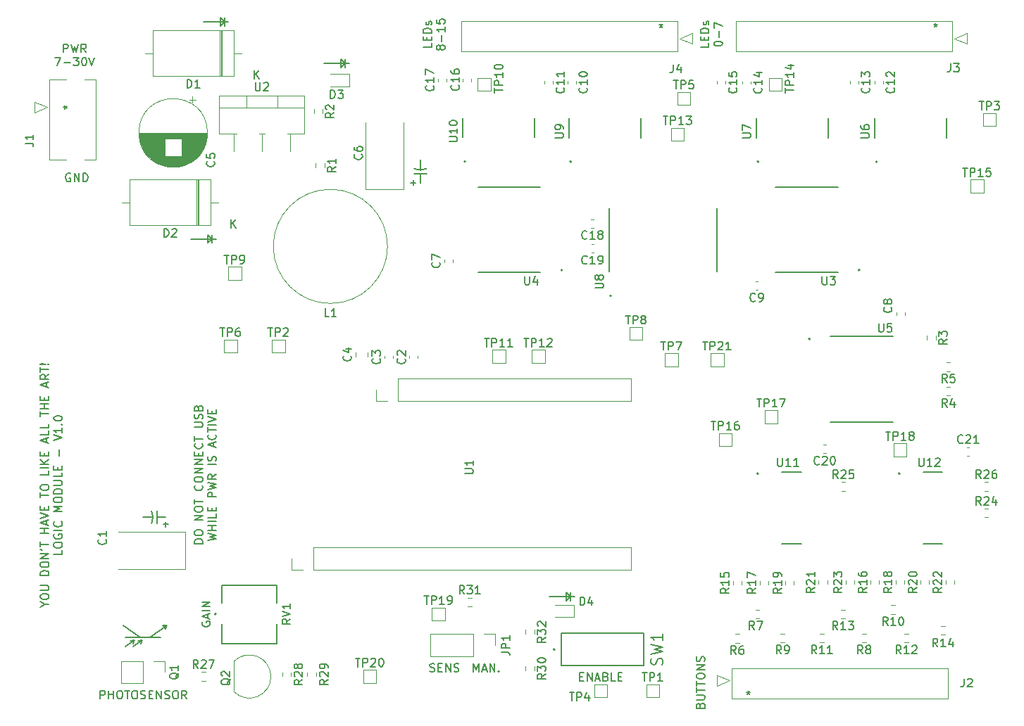
<source format=gto>
%TF.GenerationSoftware,KiCad,Pcbnew,(6.0.4)*%
%TF.CreationDate,2022-05-08T16:00:54-07:00*%
%TF.ProjectId,lta-logic-module,6c74612d-6c6f-4676-9963-2d6d6f64756c,rev?*%
%TF.SameCoordinates,PX1042990PY10b0760*%
%TF.FileFunction,Legend,Top*%
%TF.FilePolarity,Positive*%
%FSLAX46Y46*%
G04 Gerber Fmt 4.6, Leading zero omitted, Abs format (unit mm)*
G04 Created by KiCad (PCBNEW (6.0.4)) date 2022-05-08 16:00:54*
%MOMM*%
%LPD*%
G01*
G04 APERTURE LIST*
%ADD10C,0.150000*%
%ADD11C,0.120000*%
%ADD12C,0.127000*%
%ADD13C,0.200000*%
G04 APERTURE END LIST*
D10*
X67850000Y-73900000D02*
X68350000Y-73400000D01*
X67850000Y-72900000D02*
X67850000Y-73900000D01*
X68350000Y-73900000D02*
X68350000Y-73400000D01*
X67850000Y-72900000D02*
X68350000Y-73400000D01*
X68350000Y-72900000D02*
X68350000Y-73900000D01*
X68350000Y-73400000D02*
X68350000Y-72900000D01*
X68850000Y-73400000D02*
X68350000Y-73400000D01*
X65850000Y-73400000D02*
X68850000Y-73400000D01*
X26250000Y-4750000D02*
X26750000Y-4250000D01*
X24750000Y-29850000D02*
X25250000Y-30350000D01*
X14850000Y-79450000D02*
X15950000Y-78650000D01*
X25250000Y-29850000D02*
X25250000Y-30850000D01*
X14600000Y-76850000D02*
X16600000Y-78350000D01*
X19700000Y-77300000D02*
X19850000Y-76850000D01*
X19575000Y-76925000D02*
X19700000Y-77075000D01*
X16750000Y-79100000D02*
X16900000Y-78650000D01*
X18000005Y-64600002D02*
G75*
G03*
X17997074Y-63100000I-1587305J746902D01*
G01*
X38750000Y-9250000D02*
X41750000Y-9250000D01*
X16400000Y-78700000D02*
X16900000Y-78650000D01*
X18647074Y-64600000D02*
X18647074Y-63100000D01*
X15800000Y-79100000D02*
X15950000Y-78650000D01*
X19350000Y-76850000D02*
X19700000Y-77300000D01*
X25250000Y-30850000D02*
X25250000Y-30350000D01*
X15450000Y-78700000D02*
X15950000Y-78650000D01*
X50300000Y-22600000D02*
X50300000Y-23600000D01*
X24250000Y-4250000D02*
X27250000Y-4250000D01*
X41750000Y-9250000D02*
X41250000Y-9250000D01*
X18697074Y-63850000D02*
X19697074Y-63850000D01*
X15800000Y-79450000D02*
X16900000Y-78650000D01*
X26750000Y-4250000D02*
X26750000Y-3750000D01*
X17850000Y-78350000D02*
X19850000Y-76850000D01*
X41250000Y-8750000D02*
X41250000Y-9750000D01*
X27250000Y-4250000D02*
X26750000Y-4250000D01*
X40750000Y-8750000D02*
X40750000Y-9750000D01*
X26250000Y-3750000D02*
X26750000Y-4250000D01*
X40750000Y-8750000D02*
X41250000Y-9250000D01*
X18147074Y-63850000D02*
X16947074Y-63850000D01*
X49549997Y-21902931D02*
G75*
G03*
X51050000Y-21900000I746903J1587331D01*
G01*
X19350000Y-76850000D02*
X19850000Y-76850000D01*
X50300000Y-22050000D02*
X50300000Y-20850000D01*
X25750000Y-30350000D02*
X25250000Y-30350000D01*
X49550000Y-22550000D02*
X51050000Y-22550000D01*
X26750000Y-4750000D02*
X26750000Y-4250000D01*
X41250000Y-9250000D02*
X41250000Y-8750000D01*
X25250000Y-30350000D02*
X25250000Y-29850000D01*
X26750000Y-3750000D02*
X26750000Y-4750000D01*
X24750000Y-30850000D02*
X25250000Y-30350000D01*
X24750000Y-29850000D02*
X24750000Y-30850000D01*
X40750000Y-9750000D02*
X41250000Y-9250000D01*
X22750000Y-30350000D02*
X25750000Y-30350000D01*
X14850000Y-78350000D02*
X19100000Y-78350000D01*
X41250000Y-9750000D02*
X41250000Y-9250000D01*
X26250000Y-3750000D02*
X26250000Y-4750000D01*
X56676190Y-82452380D02*
X56676190Y-81452380D01*
X57009523Y-82166666D01*
X57342857Y-81452380D01*
X57342857Y-82452380D01*
X57771428Y-82166666D02*
X58247619Y-82166666D01*
X57676190Y-82452380D02*
X58009523Y-81452380D01*
X58342857Y-82452380D01*
X58676190Y-82452380D02*
X58676190Y-81452380D01*
X59247619Y-82452380D01*
X59247619Y-81452380D01*
X59723809Y-82357142D02*
X59771428Y-82404761D01*
X59723809Y-82452380D01*
X59676190Y-82404761D01*
X59723809Y-82357142D01*
X59723809Y-82452380D01*
X24100000Y-76428571D02*
X24052380Y-76523809D01*
X24052380Y-76666666D01*
X24100000Y-76809523D01*
X24195238Y-76904761D01*
X24290476Y-76952380D01*
X24480952Y-77000000D01*
X24623809Y-77000000D01*
X24814285Y-76952380D01*
X24909523Y-76904761D01*
X25004761Y-76809523D01*
X25052380Y-76666666D01*
X25052380Y-76571428D01*
X25004761Y-76428571D01*
X24957142Y-76380952D01*
X24623809Y-76380952D01*
X24623809Y-76571428D01*
X24766666Y-76000000D02*
X24766666Y-75523809D01*
X25052380Y-76095238D02*
X24052380Y-75761904D01*
X25052380Y-75428571D01*
X25052380Y-75095238D02*
X24052380Y-75095238D01*
X25052380Y-74619047D02*
X24052380Y-74619047D01*
X25052380Y-74047619D01*
X24052380Y-74047619D01*
X7416666Y-7897380D02*
X7416666Y-6897380D01*
X7797619Y-6897380D01*
X7892857Y-6945000D01*
X7940476Y-6992619D01*
X7988095Y-7087857D01*
X7988095Y-7230714D01*
X7940476Y-7325952D01*
X7892857Y-7373571D01*
X7797619Y-7421190D01*
X7416666Y-7421190D01*
X8321428Y-6897380D02*
X8559523Y-7897380D01*
X8750000Y-7183095D01*
X8940476Y-7897380D01*
X9178571Y-6897380D01*
X10130952Y-7897380D02*
X9797619Y-7421190D01*
X9559523Y-7897380D02*
X9559523Y-6897380D01*
X9940476Y-6897380D01*
X10035714Y-6945000D01*
X10083333Y-6992619D01*
X10130952Y-7087857D01*
X10130952Y-7230714D01*
X10083333Y-7325952D01*
X10035714Y-7373571D01*
X9940476Y-7421190D01*
X9559523Y-7421190D01*
X6416666Y-8507380D02*
X7083333Y-8507380D01*
X6654761Y-9507380D01*
X7464285Y-9126428D02*
X8226190Y-9126428D01*
X8607142Y-8507380D02*
X9226190Y-8507380D01*
X8892857Y-8888333D01*
X9035714Y-8888333D01*
X9130952Y-8935952D01*
X9178571Y-8983571D01*
X9226190Y-9078809D01*
X9226190Y-9316904D01*
X9178571Y-9412142D01*
X9130952Y-9459761D01*
X9035714Y-9507380D01*
X8750000Y-9507380D01*
X8654761Y-9459761D01*
X8607142Y-9412142D01*
X9845238Y-8507380D02*
X9940476Y-8507380D01*
X10035714Y-8555000D01*
X10083333Y-8602619D01*
X10130952Y-8697857D01*
X10178571Y-8888333D01*
X10178571Y-9126428D01*
X10130952Y-9316904D01*
X10083333Y-9412142D01*
X10035714Y-9459761D01*
X9940476Y-9507380D01*
X9845238Y-9507380D01*
X9750000Y-9459761D01*
X9702380Y-9412142D01*
X9654761Y-9316904D01*
X9607142Y-9126428D01*
X9607142Y-8888333D01*
X9654761Y-8697857D01*
X9702380Y-8602619D01*
X9750000Y-8555000D01*
X9845238Y-8507380D01*
X10464285Y-8507380D02*
X10797619Y-9507380D01*
X11130952Y-8507380D01*
X51461904Y-82404761D02*
X51604761Y-82452380D01*
X51842857Y-82452380D01*
X51938095Y-82404761D01*
X51985714Y-82357142D01*
X52033333Y-82261904D01*
X52033333Y-82166666D01*
X51985714Y-82071428D01*
X51938095Y-82023809D01*
X51842857Y-81976190D01*
X51652380Y-81928571D01*
X51557142Y-81880952D01*
X51509523Y-81833333D01*
X51461904Y-81738095D01*
X51461904Y-81642857D01*
X51509523Y-81547619D01*
X51557142Y-81500000D01*
X51652380Y-81452380D01*
X51890476Y-81452380D01*
X52033333Y-81500000D01*
X52461904Y-81928571D02*
X52795238Y-81928571D01*
X52938095Y-82452380D02*
X52461904Y-82452380D01*
X52461904Y-81452380D01*
X52938095Y-81452380D01*
X53366666Y-82452380D02*
X53366666Y-81452380D01*
X53938095Y-82452380D01*
X53938095Y-81452380D01*
X54366666Y-82404761D02*
X54509523Y-82452380D01*
X54747619Y-82452380D01*
X54842857Y-82404761D01*
X54890476Y-82357142D01*
X54938095Y-82261904D01*
X54938095Y-82166666D01*
X54890476Y-82071428D01*
X54842857Y-82023809D01*
X54747619Y-81976190D01*
X54557142Y-81928571D01*
X54461904Y-81880952D01*
X54414285Y-81833333D01*
X54366666Y-81738095D01*
X54366666Y-81642857D01*
X54414285Y-81547619D01*
X54461904Y-81500000D01*
X54557142Y-81452380D01*
X54795238Y-81452380D01*
X54938095Y-81500000D01*
X83978571Y-86488095D02*
X84026190Y-86345238D01*
X84073809Y-86297619D01*
X84169047Y-86250000D01*
X84311904Y-86250000D01*
X84407142Y-86297619D01*
X84454761Y-86345238D01*
X84502380Y-86440476D01*
X84502380Y-86821428D01*
X83502380Y-86821428D01*
X83502380Y-86488095D01*
X83550000Y-86392857D01*
X83597619Y-86345238D01*
X83692857Y-86297619D01*
X83788095Y-86297619D01*
X83883333Y-86345238D01*
X83930952Y-86392857D01*
X83978571Y-86488095D01*
X83978571Y-86821428D01*
X83502380Y-85821428D02*
X84311904Y-85821428D01*
X84407142Y-85773809D01*
X84454761Y-85726190D01*
X84502380Y-85630952D01*
X84502380Y-85440476D01*
X84454761Y-85345238D01*
X84407142Y-85297619D01*
X84311904Y-85250000D01*
X83502380Y-85250000D01*
X83502380Y-84916666D02*
X83502380Y-84345238D01*
X84502380Y-84630952D02*
X83502380Y-84630952D01*
X83502380Y-84154761D02*
X83502380Y-83583333D01*
X84502380Y-83869047D02*
X83502380Y-83869047D01*
X83502380Y-83059523D02*
X83502380Y-82869047D01*
X83550000Y-82773809D01*
X83645238Y-82678571D01*
X83835714Y-82630952D01*
X84169047Y-82630952D01*
X84359523Y-82678571D01*
X84454761Y-82773809D01*
X84502380Y-82869047D01*
X84502380Y-83059523D01*
X84454761Y-83154761D01*
X84359523Y-83250000D01*
X84169047Y-83297619D01*
X83835714Y-83297619D01*
X83645238Y-83250000D01*
X83550000Y-83154761D01*
X83502380Y-83059523D01*
X84502380Y-82202380D02*
X83502380Y-82202380D01*
X84502380Y-81630952D01*
X83502380Y-81630952D01*
X84454761Y-81202380D02*
X84502380Y-81059523D01*
X84502380Y-80821428D01*
X84454761Y-80726190D01*
X84407142Y-80678571D01*
X84311904Y-80630952D01*
X84216666Y-80630952D01*
X84121428Y-80678571D01*
X84073809Y-80726190D01*
X84026190Y-80821428D01*
X83978571Y-81011904D01*
X83930952Y-81107142D01*
X83883333Y-81154761D01*
X83788095Y-81202380D01*
X83692857Y-81202380D01*
X83597619Y-81154761D01*
X83550000Y-81107142D01*
X83502380Y-81011904D01*
X83502380Y-80773809D01*
X83550000Y-80630952D01*
X11833333Y-85702380D02*
X11833333Y-84702380D01*
X12214285Y-84702380D01*
X12309523Y-84750000D01*
X12357142Y-84797619D01*
X12404761Y-84892857D01*
X12404761Y-85035714D01*
X12357142Y-85130952D01*
X12309523Y-85178571D01*
X12214285Y-85226190D01*
X11833333Y-85226190D01*
X12833333Y-85702380D02*
X12833333Y-84702380D01*
X12833333Y-85178571D02*
X13404761Y-85178571D01*
X13404761Y-85702380D02*
X13404761Y-84702380D01*
X14071428Y-84702380D02*
X14261904Y-84702380D01*
X14357142Y-84750000D01*
X14452380Y-84845238D01*
X14500000Y-85035714D01*
X14500000Y-85369047D01*
X14452380Y-85559523D01*
X14357142Y-85654761D01*
X14261904Y-85702380D01*
X14071428Y-85702380D01*
X13976190Y-85654761D01*
X13880952Y-85559523D01*
X13833333Y-85369047D01*
X13833333Y-85035714D01*
X13880952Y-84845238D01*
X13976190Y-84750000D01*
X14071428Y-84702380D01*
X14785714Y-84702380D02*
X15357142Y-84702380D01*
X15071428Y-85702380D02*
X15071428Y-84702380D01*
X15880952Y-84702380D02*
X16071428Y-84702380D01*
X16166666Y-84750000D01*
X16261904Y-84845238D01*
X16309523Y-85035714D01*
X16309523Y-85369047D01*
X16261904Y-85559523D01*
X16166666Y-85654761D01*
X16071428Y-85702380D01*
X15880952Y-85702380D01*
X15785714Y-85654761D01*
X15690476Y-85559523D01*
X15642857Y-85369047D01*
X15642857Y-85035714D01*
X15690476Y-84845238D01*
X15785714Y-84750000D01*
X15880952Y-84702380D01*
X16690476Y-85654761D02*
X16833333Y-85702380D01*
X17071428Y-85702380D01*
X17166666Y-85654761D01*
X17214285Y-85607142D01*
X17261904Y-85511904D01*
X17261904Y-85416666D01*
X17214285Y-85321428D01*
X17166666Y-85273809D01*
X17071428Y-85226190D01*
X16880952Y-85178571D01*
X16785714Y-85130952D01*
X16738095Y-85083333D01*
X16690476Y-84988095D01*
X16690476Y-84892857D01*
X16738095Y-84797619D01*
X16785714Y-84750000D01*
X16880952Y-84702380D01*
X17119047Y-84702380D01*
X17261904Y-84750000D01*
X17690476Y-85178571D02*
X18023809Y-85178571D01*
X18166666Y-85702380D02*
X17690476Y-85702380D01*
X17690476Y-84702380D01*
X18166666Y-84702380D01*
X18595238Y-85702380D02*
X18595238Y-84702380D01*
X19166666Y-85702380D01*
X19166666Y-84702380D01*
X19595238Y-85654761D02*
X19738095Y-85702380D01*
X19976190Y-85702380D01*
X20071428Y-85654761D01*
X20119047Y-85607142D01*
X20166666Y-85511904D01*
X20166666Y-85416666D01*
X20119047Y-85321428D01*
X20071428Y-85273809D01*
X19976190Y-85226190D01*
X19785714Y-85178571D01*
X19690476Y-85130952D01*
X19642857Y-85083333D01*
X19595238Y-84988095D01*
X19595238Y-84892857D01*
X19642857Y-84797619D01*
X19690476Y-84750000D01*
X19785714Y-84702380D01*
X20023809Y-84702380D01*
X20166666Y-84750000D01*
X20785714Y-84702380D02*
X20976190Y-84702380D01*
X21071428Y-84750000D01*
X21166666Y-84845238D01*
X21214285Y-85035714D01*
X21214285Y-85369047D01*
X21166666Y-85559523D01*
X21071428Y-85654761D01*
X20976190Y-85702380D01*
X20785714Y-85702380D01*
X20690476Y-85654761D01*
X20595238Y-85559523D01*
X20547619Y-85369047D01*
X20547619Y-85035714D01*
X20595238Y-84845238D01*
X20690476Y-84750000D01*
X20785714Y-84702380D01*
X22214285Y-85702380D02*
X21880952Y-85226190D01*
X21642857Y-85702380D02*
X21642857Y-84702380D01*
X22023809Y-84702380D01*
X22119047Y-84750000D01*
X22166666Y-84797619D01*
X22214285Y-84892857D01*
X22214285Y-85035714D01*
X22166666Y-85130952D01*
X22119047Y-85178571D01*
X22023809Y-85226190D01*
X21642857Y-85226190D01*
X51647380Y-6797619D02*
X51647380Y-7273809D01*
X50647380Y-7273809D01*
X51123571Y-6464285D02*
X51123571Y-6130952D01*
X51647380Y-5988095D02*
X51647380Y-6464285D01*
X50647380Y-6464285D01*
X50647380Y-5988095D01*
X51647380Y-5559523D02*
X50647380Y-5559523D01*
X50647380Y-5321428D01*
X50695000Y-5178571D01*
X50790238Y-5083333D01*
X50885476Y-5035714D01*
X51075952Y-4988095D01*
X51218809Y-4988095D01*
X51409285Y-5035714D01*
X51504523Y-5083333D01*
X51599761Y-5178571D01*
X51647380Y-5321428D01*
X51647380Y-5559523D01*
X51599761Y-4607142D02*
X51647380Y-4511904D01*
X51647380Y-4321428D01*
X51599761Y-4226190D01*
X51504523Y-4178571D01*
X51456904Y-4178571D01*
X51361666Y-4226190D01*
X51314047Y-4321428D01*
X51314047Y-4464285D01*
X51266428Y-4559523D01*
X51171190Y-4607142D01*
X51123571Y-4607142D01*
X51028333Y-4559523D01*
X50980714Y-4464285D01*
X50980714Y-4321428D01*
X51028333Y-4226190D01*
X52685952Y-7416666D02*
X52638333Y-7511904D01*
X52590714Y-7559523D01*
X52495476Y-7607142D01*
X52447857Y-7607142D01*
X52352619Y-7559523D01*
X52305000Y-7511904D01*
X52257380Y-7416666D01*
X52257380Y-7226190D01*
X52305000Y-7130952D01*
X52352619Y-7083333D01*
X52447857Y-7035714D01*
X52495476Y-7035714D01*
X52590714Y-7083333D01*
X52638333Y-7130952D01*
X52685952Y-7226190D01*
X52685952Y-7416666D01*
X52733571Y-7511904D01*
X52781190Y-7559523D01*
X52876428Y-7607142D01*
X53066904Y-7607142D01*
X53162142Y-7559523D01*
X53209761Y-7511904D01*
X53257380Y-7416666D01*
X53257380Y-7226190D01*
X53209761Y-7130952D01*
X53162142Y-7083333D01*
X53066904Y-7035714D01*
X52876428Y-7035714D01*
X52781190Y-7083333D01*
X52733571Y-7130952D01*
X52685952Y-7226190D01*
X52876428Y-6607142D02*
X52876428Y-5845238D01*
X53257380Y-4845238D02*
X53257380Y-5416666D01*
X53257380Y-5130952D02*
X52257380Y-5130952D01*
X52400238Y-5226190D01*
X52495476Y-5321428D01*
X52543095Y-5416666D01*
X52257380Y-3940476D02*
X52257380Y-4416666D01*
X52733571Y-4464285D01*
X52685952Y-4416666D01*
X52638333Y-4321428D01*
X52638333Y-4083333D01*
X52685952Y-3988095D01*
X52733571Y-3940476D01*
X52828809Y-3892857D01*
X53066904Y-3892857D01*
X53162142Y-3940476D01*
X53209761Y-3988095D01*
X53257380Y-4083333D01*
X53257380Y-4321428D01*
X53209761Y-4416666D01*
X53162142Y-4464285D01*
X8238095Y-22500000D02*
X8142857Y-22452380D01*
X8000000Y-22452380D01*
X7857142Y-22500000D01*
X7761904Y-22595238D01*
X7714285Y-22690476D01*
X7666666Y-22880952D01*
X7666666Y-23023809D01*
X7714285Y-23214285D01*
X7761904Y-23309523D01*
X7857142Y-23404761D01*
X8000000Y-23452380D01*
X8095238Y-23452380D01*
X8238095Y-23404761D01*
X8285714Y-23357142D01*
X8285714Y-23023809D01*
X8095238Y-23023809D01*
X8714285Y-23452380D02*
X8714285Y-22452380D01*
X9285714Y-23452380D01*
X9285714Y-22452380D01*
X9761904Y-23452380D02*
X9761904Y-22452380D01*
X10000000Y-22452380D01*
X10142857Y-22500000D01*
X10238095Y-22595238D01*
X10285714Y-22690476D01*
X10333333Y-22880952D01*
X10333333Y-23023809D01*
X10285714Y-23214285D01*
X10238095Y-23309523D01*
X10142857Y-23404761D01*
X10000000Y-23452380D01*
X9761904Y-23452380D01*
X19700645Y-64985714D02*
X19700645Y-64414285D01*
X19986359Y-64700000D02*
X19414931Y-64700000D01*
X5171190Y-74357142D02*
X5647380Y-74357142D01*
X4647380Y-74690476D02*
X5171190Y-74357142D01*
X4647380Y-74023809D01*
X4647380Y-73500000D02*
X4647380Y-73309523D01*
X4695000Y-73214285D01*
X4790238Y-73119047D01*
X4980714Y-73071428D01*
X5314047Y-73071428D01*
X5504523Y-73119047D01*
X5599761Y-73214285D01*
X5647380Y-73309523D01*
X5647380Y-73500000D01*
X5599761Y-73595238D01*
X5504523Y-73690476D01*
X5314047Y-73738095D01*
X4980714Y-73738095D01*
X4790238Y-73690476D01*
X4695000Y-73595238D01*
X4647380Y-73500000D01*
X4647380Y-72642857D02*
X5456904Y-72642857D01*
X5552142Y-72595238D01*
X5599761Y-72547619D01*
X5647380Y-72452380D01*
X5647380Y-72261904D01*
X5599761Y-72166666D01*
X5552142Y-72119047D01*
X5456904Y-72071428D01*
X4647380Y-72071428D01*
X5647380Y-70833333D02*
X4647380Y-70833333D01*
X4647380Y-70595238D01*
X4695000Y-70452380D01*
X4790238Y-70357142D01*
X4885476Y-70309523D01*
X5075952Y-70261904D01*
X5218809Y-70261904D01*
X5409285Y-70309523D01*
X5504523Y-70357142D01*
X5599761Y-70452380D01*
X5647380Y-70595238D01*
X5647380Y-70833333D01*
X4647380Y-69642857D02*
X4647380Y-69452380D01*
X4695000Y-69357142D01*
X4790238Y-69261904D01*
X4980714Y-69214285D01*
X5314047Y-69214285D01*
X5504523Y-69261904D01*
X5599761Y-69357142D01*
X5647380Y-69452380D01*
X5647380Y-69642857D01*
X5599761Y-69738095D01*
X5504523Y-69833333D01*
X5314047Y-69880952D01*
X4980714Y-69880952D01*
X4790238Y-69833333D01*
X4695000Y-69738095D01*
X4647380Y-69642857D01*
X5647380Y-68785714D02*
X4647380Y-68785714D01*
X5647380Y-68214285D01*
X4647380Y-68214285D01*
X4647380Y-67690476D02*
X4837857Y-67785714D01*
X4647380Y-67404761D02*
X4647380Y-66833333D01*
X5647380Y-67119047D02*
X4647380Y-67119047D01*
X5647380Y-65738095D02*
X4647380Y-65738095D01*
X5123571Y-65738095D02*
X5123571Y-65166666D01*
X5647380Y-65166666D02*
X4647380Y-65166666D01*
X5361666Y-64738095D02*
X5361666Y-64261904D01*
X5647380Y-64833333D02*
X4647380Y-64500000D01*
X5647380Y-64166666D01*
X4647380Y-63976190D02*
X5647380Y-63642857D01*
X4647380Y-63309523D01*
X5123571Y-62976190D02*
X5123571Y-62642857D01*
X5647380Y-62500000D02*
X5647380Y-62976190D01*
X4647380Y-62976190D01*
X4647380Y-62500000D01*
X4647380Y-61452380D02*
X4647380Y-60880952D01*
X5647380Y-61166666D02*
X4647380Y-61166666D01*
X4647380Y-60357142D02*
X4647380Y-60166666D01*
X4695000Y-60071428D01*
X4790238Y-59976190D01*
X4980714Y-59928571D01*
X5314047Y-59928571D01*
X5504523Y-59976190D01*
X5599761Y-60071428D01*
X5647380Y-60166666D01*
X5647380Y-60357142D01*
X5599761Y-60452380D01*
X5504523Y-60547619D01*
X5314047Y-60595238D01*
X4980714Y-60595238D01*
X4790238Y-60547619D01*
X4695000Y-60452380D01*
X4647380Y-60357142D01*
X5647380Y-58261904D02*
X5647380Y-58738095D01*
X4647380Y-58738095D01*
X5647380Y-57928571D02*
X4647380Y-57928571D01*
X5647380Y-57452380D02*
X4647380Y-57452380D01*
X5647380Y-56880952D02*
X5075952Y-57309523D01*
X4647380Y-56880952D02*
X5218809Y-57452380D01*
X5123571Y-56452380D02*
X5123571Y-56119047D01*
X5647380Y-55976190D02*
X5647380Y-56452380D01*
X4647380Y-56452380D01*
X4647380Y-55976190D01*
X5361666Y-54833333D02*
X5361666Y-54357142D01*
X5647380Y-54928571D02*
X4647380Y-54595238D01*
X5647380Y-54261904D01*
X5647380Y-53452380D02*
X5647380Y-53928571D01*
X4647380Y-53928571D01*
X5647380Y-52642857D02*
X5647380Y-53119047D01*
X4647380Y-53119047D01*
X4647380Y-51690476D02*
X4647380Y-51119047D01*
X5647380Y-51404761D02*
X4647380Y-51404761D01*
X5647380Y-50785714D02*
X4647380Y-50785714D01*
X5123571Y-50785714D02*
X5123571Y-50214285D01*
X5647380Y-50214285D02*
X4647380Y-50214285D01*
X5123571Y-49738095D02*
X5123571Y-49404761D01*
X5647380Y-49261904D02*
X5647380Y-49738095D01*
X4647380Y-49738095D01*
X4647380Y-49261904D01*
X5361666Y-48119047D02*
X5361666Y-47642857D01*
X5647380Y-48214285D02*
X4647380Y-47880952D01*
X5647380Y-47547619D01*
X5647380Y-46642857D02*
X5171190Y-46976190D01*
X5647380Y-47214285D02*
X4647380Y-47214285D01*
X4647380Y-46833333D01*
X4695000Y-46738095D01*
X4742619Y-46690476D01*
X4837857Y-46642857D01*
X4980714Y-46642857D01*
X5075952Y-46690476D01*
X5123571Y-46738095D01*
X5171190Y-46833333D01*
X5171190Y-47214285D01*
X4647380Y-46357142D02*
X4647380Y-45785714D01*
X5647380Y-46071428D02*
X4647380Y-46071428D01*
X5552142Y-45452380D02*
X5599761Y-45404761D01*
X5647380Y-45452380D01*
X5599761Y-45500000D01*
X5552142Y-45452380D01*
X5647380Y-45452380D01*
X5266428Y-45452380D02*
X4695000Y-45500000D01*
X4647380Y-45452380D01*
X4695000Y-45404761D01*
X5266428Y-45452380D01*
X4647380Y-45452380D01*
X7257380Y-67809523D02*
X7257380Y-68285714D01*
X6257380Y-68285714D01*
X6257380Y-67285714D02*
X6257380Y-67095238D01*
X6305000Y-67000000D01*
X6400238Y-66904761D01*
X6590714Y-66857142D01*
X6924047Y-66857142D01*
X7114523Y-66904761D01*
X7209761Y-67000000D01*
X7257380Y-67095238D01*
X7257380Y-67285714D01*
X7209761Y-67380952D01*
X7114523Y-67476190D01*
X6924047Y-67523809D01*
X6590714Y-67523809D01*
X6400238Y-67476190D01*
X6305000Y-67380952D01*
X6257380Y-67285714D01*
X6305000Y-65904761D02*
X6257380Y-66000000D01*
X6257380Y-66142857D01*
X6305000Y-66285714D01*
X6400238Y-66380952D01*
X6495476Y-66428571D01*
X6685952Y-66476190D01*
X6828809Y-66476190D01*
X7019285Y-66428571D01*
X7114523Y-66380952D01*
X7209761Y-66285714D01*
X7257380Y-66142857D01*
X7257380Y-66047619D01*
X7209761Y-65904761D01*
X7162142Y-65857142D01*
X6828809Y-65857142D01*
X6828809Y-66047619D01*
X7257380Y-65428571D02*
X6257380Y-65428571D01*
X7162142Y-64380952D02*
X7209761Y-64428571D01*
X7257380Y-64571428D01*
X7257380Y-64666666D01*
X7209761Y-64809523D01*
X7114523Y-64904761D01*
X7019285Y-64952380D01*
X6828809Y-65000000D01*
X6685952Y-65000000D01*
X6495476Y-64952380D01*
X6400238Y-64904761D01*
X6305000Y-64809523D01*
X6257380Y-64666666D01*
X6257380Y-64571428D01*
X6305000Y-64428571D01*
X6352619Y-64380952D01*
X7257380Y-63190476D02*
X6257380Y-63190476D01*
X6971666Y-62857142D01*
X6257380Y-62523809D01*
X7257380Y-62523809D01*
X6257380Y-61857142D02*
X6257380Y-61666666D01*
X6305000Y-61571428D01*
X6400238Y-61476190D01*
X6590714Y-61428571D01*
X6924047Y-61428571D01*
X7114523Y-61476190D01*
X7209761Y-61571428D01*
X7257380Y-61666666D01*
X7257380Y-61857142D01*
X7209761Y-61952380D01*
X7114523Y-62047619D01*
X6924047Y-62095238D01*
X6590714Y-62095238D01*
X6400238Y-62047619D01*
X6305000Y-61952380D01*
X6257380Y-61857142D01*
X7257380Y-61000000D02*
X6257380Y-61000000D01*
X6257380Y-60761904D01*
X6305000Y-60619047D01*
X6400238Y-60523809D01*
X6495476Y-60476190D01*
X6685952Y-60428571D01*
X6828809Y-60428571D01*
X7019285Y-60476190D01*
X7114523Y-60523809D01*
X7209761Y-60619047D01*
X7257380Y-60761904D01*
X7257380Y-61000000D01*
X6257380Y-60000000D02*
X7066904Y-60000000D01*
X7162142Y-59952380D01*
X7209761Y-59904761D01*
X7257380Y-59809523D01*
X7257380Y-59619047D01*
X7209761Y-59523809D01*
X7162142Y-59476190D01*
X7066904Y-59428571D01*
X6257380Y-59428571D01*
X7257380Y-58476190D02*
X7257380Y-58952380D01*
X6257380Y-58952380D01*
X6733571Y-58142857D02*
X6733571Y-57809523D01*
X7257380Y-57666666D02*
X7257380Y-58142857D01*
X6257380Y-58142857D01*
X6257380Y-57666666D01*
X6876428Y-56476190D02*
X6876428Y-55714285D01*
X6257380Y-54619047D02*
X7257380Y-54285714D01*
X6257380Y-53952380D01*
X7257380Y-53095238D02*
X7257380Y-53666666D01*
X7257380Y-53380952D02*
X6257380Y-53380952D01*
X6400238Y-53476190D01*
X6495476Y-53571428D01*
X6543095Y-53666666D01*
X7162142Y-52666666D02*
X7209761Y-52619047D01*
X7257380Y-52666666D01*
X7209761Y-52714285D01*
X7162142Y-52666666D01*
X7257380Y-52666666D01*
X6257380Y-52000000D02*
X6257380Y-51904761D01*
X6305000Y-51809523D01*
X6352619Y-51761904D01*
X6447857Y-51714285D01*
X6638333Y-51666666D01*
X6876428Y-51666666D01*
X7066904Y-51714285D01*
X7162142Y-51761904D01*
X7209761Y-51809523D01*
X7257380Y-51904761D01*
X7257380Y-52000000D01*
X7209761Y-52095238D01*
X7162142Y-52142857D01*
X7066904Y-52190476D01*
X6876428Y-52238095D01*
X6638333Y-52238095D01*
X6447857Y-52190476D01*
X6352619Y-52142857D01*
X6305000Y-52095238D01*
X6257380Y-52000000D01*
X69476190Y-83028571D02*
X69809523Y-83028571D01*
X69952380Y-83552380D02*
X69476190Y-83552380D01*
X69476190Y-82552380D01*
X69952380Y-82552380D01*
X70380952Y-83552380D02*
X70380952Y-82552380D01*
X70952380Y-83552380D01*
X70952380Y-82552380D01*
X71380952Y-83266666D02*
X71857142Y-83266666D01*
X71285714Y-83552380D02*
X71619047Y-82552380D01*
X71952380Y-83552380D01*
X72619047Y-83028571D02*
X72761904Y-83076190D01*
X72809523Y-83123809D01*
X72857142Y-83219047D01*
X72857142Y-83361904D01*
X72809523Y-83457142D01*
X72761904Y-83504761D01*
X72666666Y-83552380D01*
X72285714Y-83552380D01*
X72285714Y-82552380D01*
X72619047Y-82552380D01*
X72714285Y-82600000D01*
X72761904Y-82647619D01*
X72809523Y-82742857D01*
X72809523Y-82838095D01*
X72761904Y-82933333D01*
X72714285Y-82980952D01*
X72619047Y-83028571D01*
X72285714Y-83028571D01*
X73761904Y-83552380D02*
X73285714Y-83552380D01*
X73285714Y-82552380D01*
X74095238Y-83028571D02*
X74428571Y-83028571D01*
X74571428Y-83552380D02*
X74095238Y-83552380D01*
X74095238Y-82552380D01*
X74571428Y-82552380D01*
X84997380Y-6797619D02*
X84997380Y-7273809D01*
X83997380Y-7273809D01*
X84473571Y-6464285D02*
X84473571Y-6130952D01*
X84997380Y-5988095D02*
X84997380Y-6464285D01*
X83997380Y-6464285D01*
X83997380Y-5988095D01*
X84997380Y-5559523D02*
X83997380Y-5559523D01*
X83997380Y-5321428D01*
X84045000Y-5178571D01*
X84140238Y-5083333D01*
X84235476Y-5035714D01*
X84425952Y-4988095D01*
X84568809Y-4988095D01*
X84759285Y-5035714D01*
X84854523Y-5083333D01*
X84949761Y-5178571D01*
X84997380Y-5321428D01*
X84997380Y-5559523D01*
X84949761Y-4607142D02*
X84997380Y-4511904D01*
X84997380Y-4321428D01*
X84949761Y-4226190D01*
X84854523Y-4178571D01*
X84806904Y-4178571D01*
X84711666Y-4226190D01*
X84664047Y-4321428D01*
X84664047Y-4464285D01*
X84616428Y-4559523D01*
X84521190Y-4607142D01*
X84473571Y-4607142D01*
X84378333Y-4559523D01*
X84330714Y-4464285D01*
X84330714Y-4321428D01*
X84378333Y-4226190D01*
X85607380Y-6892857D02*
X85607380Y-6797619D01*
X85655000Y-6702380D01*
X85702619Y-6654761D01*
X85797857Y-6607142D01*
X85988333Y-6559523D01*
X86226428Y-6559523D01*
X86416904Y-6607142D01*
X86512142Y-6654761D01*
X86559761Y-6702380D01*
X86607380Y-6797619D01*
X86607380Y-6892857D01*
X86559761Y-6988095D01*
X86512142Y-7035714D01*
X86416904Y-7083333D01*
X86226428Y-7130952D01*
X85988333Y-7130952D01*
X85797857Y-7083333D01*
X85702619Y-7035714D01*
X85655000Y-6988095D01*
X85607380Y-6892857D01*
X86226428Y-6130952D02*
X86226428Y-5369047D01*
X85607380Y-4988095D02*
X85607380Y-4321428D01*
X86607380Y-4750000D01*
X49164285Y-23603571D02*
X49735714Y-23603571D01*
X49450000Y-23889285D02*
X49450000Y-23317857D01*
X24147380Y-67011904D02*
X23147380Y-67011904D01*
X23147380Y-66773809D01*
X23195000Y-66630952D01*
X23290238Y-66535714D01*
X23385476Y-66488095D01*
X23575952Y-66440476D01*
X23718809Y-66440476D01*
X23909285Y-66488095D01*
X24004523Y-66535714D01*
X24099761Y-66630952D01*
X24147380Y-66773809D01*
X24147380Y-67011904D01*
X23147380Y-65821428D02*
X23147380Y-65630952D01*
X23195000Y-65535714D01*
X23290238Y-65440476D01*
X23480714Y-65392857D01*
X23814047Y-65392857D01*
X24004523Y-65440476D01*
X24099761Y-65535714D01*
X24147380Y-65630952D01*
X24147380Y-65821428D01*
X24099761Y-65916666D01*
X24004523Y-66011904D01*
X23814047Y-66059523D01*
X23480714Y-66059523D01*
X23290238Y-66011904D01*
X23195000Y-65916666D01*
X23147380Y-65821428D01*
X24147380Y-64202380D02*
X23147380Y-64202380D01*
X24147380Y-63630952D01*
X23147380Y-63630952D01*
X23147380Y-62964285D02*
X23147380Y-62773809D01*
X23195000Y-62678571D01*
X23290238Y-62583333D01*
X23480714Y-62535714D01*
X23814047Y-62535714D01*
X24004523Y-62583333D01*
X24099761Y-62678571D01*
X24147380Y-62773809D01*
X24147380Y-62964285D01*
X24099761Y-63059523D01*
X24004523Y-63154761D01*
X23814047Y-63202380D01*
X23480714Y-63202380D01*
X23290238Y-63154761D01*
X23195000Y-63059523D01*
X23147380Y-62964285D01*
X23147380Y-62250000D02*
X23147380Y-61678571D01*
X24147380Y-61964285D02*
X23147380Y-61964285D01*
X24052142Y-60011904D02*
X24099761Y-60059523D01*
X24147380Y-60202380D01*
X24147380Y-60297619D01*
X24099761Y-60440476D01*
X24004523Y-60535714D01*
X23909285Y-60583333D01*
X23718809Y-60630952D01*
X23575952Y-60630952D01*
X23385476Y-60583333D01*
X23290238Y-60535714D01*
X23195000Y-60440476D01*
X23147380Y-60297619D01*
X23147380Y-60202380D01*
X23195000Y-60059523D01*
X23242619Y-60011904D01*
X23147380Y-59392857D02*
X23147380Y-59202380D01*
X23195000Y-59107142D01*
X23290238Y-59011904D01*
X23480714Y-58964285D01*
X23814047Y-58964285D01*
X24004523Y-59011904D01*
X24099761Y-59107142D01*
X24147380Y-59202380D01*
X24147380Y-59392857D01*
X24099761Y-59488095D01*
X24004523Y-59583333D01*
X23814047Y-59630952D01*
X23480714Y-59630952D01*
X23290238Y-59583333D01*
X23195000Y-59488095D01*
X23147380Y-59392857D01*
X24147380Y-58535714D02*
X23147380Y-58535714D01*
X24147380Y-57964285D01*
X23147380Y-57964285D01*
X24147380Y-57488095D02*
X23147380Y-57488095D01*
X24147380Y-56916666D01*
X23147380Y-56916666D01*
X23623571Y-56440476D02*
X23623571Y-56107142D01*
X24147380Y-55964285D02*
X24147380Y-56440476D01*
X23147380Y-56440476D01*
X23147380Y-55964285D01*
X24052142Y-54964285D02*
X24099761Y-55011904D01*
X24147380Y-55154761D01*
X24147380Y-55250000D01*
X24099761Y-55392857D01*
X24004523Y-55488095D01*
X23909285Y-55535714D01*
X23718809Y-55583333D01*
X23575952Y-55583333D01*
X23385476Y-55535714D01*
X23290238Y-55488095D01*
X23195000Y-55392857D01*
X23147380Y-55250000D01*
X23147380Y-55154761D01*
X23195000Y-55011904D01*
X23242619Y-54964285D01*
X23147380Y-54678571D02*
X23147380Y-54107142D01*
X24147380Y-54392857D02*
X23147380Y-54392857D01*
X23147380Y-53011904D02*
X23956904Y-53011904D01*
X24052142Y-52964285D01*
X24099761Y-52916666D01*
X24147380Y-52821428D01*
X24147380Y-52630952D01*
X24099761Y-52535714D01*
X24052142Y-52488095D01*
X23956904Y-52440476D01*
X23147380Y-52440476D01*
X24099761Y-52011904D02*
X24147380Y-51869047D01*
X24147380Y-51630952D01*
X24099761Y-51535714D01*
X24052142Y-51488095D01*
X23956904Y-51440476D01*
X23861666Y-51440476D01*
X23766428Y-51488095D01*
X23718809Y-51535714D01*
X23671190Y-51630952D01*
X23623571Y-51821428D01*
X23575952Y-51916666D01*
X23528333Y-51964285D01*
X23433095Y-52011904D01*
X23337857Y-52011904D01*
X23242619Y-51964285D01*
X23195000Y-51916666D01*
X23147380Y-51821428D01*
X23147380Y-51583333D01*
X23195000Y-51440476D01*
X23623571Y-50678571D02*
X23671190Y-50535714D01*
X23718809Y-50488095D01*
X23814047Y-50440476D01*
X23956904Y-50440476D01*
X24052142Y-50488095D01*
X24099761Y-50535714D01*
X24147380Y-50630952D01*
X24147380Y-51011904D01*
X23147380Y-51011904D01*
X23147380Y-50678571D01*
X23195000Y-50583333D01*
X23242619Y-50535714D01*
X23337857Y-50488095D01*
X23433095Y-50488095D01*
X23528333Y-50535714D01*
X23575952Y-50583333D01*
X23623571Y-50678571D01*
X23623571Y-51011904D01*
X24757380Y-66654761D02*
X25757380Y-66416666D01*
X25043095Y-66226190D01*
X25757380Y-66035714D01*
X24757380Y-65797619D01*
X25757380Y-65416666D02*
X24757380Y-65416666D01*
X25233571Y-65416666D02*
X25233571Y-64845238D01*
X25757380Y-64845238D02*
X24757380Y-64845238D01*
X25757380Y-64369047D02*
X24757380Y-64369047D01*
X25757380Y-63416666D02*
X25757380Y-63892857D01*
X24757380Y-63892857D01*
X25233571Y-63083333D02*
X25233571Y-62750000D01*
X25757380Y-62607142D02*
X25757380Y-63083333D01*
X24757380Y-63083333D01*
X24757380Y-62607142D01*
X25757380Y-61416666D02*
X24757380Y-61416666D01*
X24757380Y-61035714D01*
X24805000Y-60940476D01*
X24852619Y-60892857D01*
X24947857Y-60845238D01*
X25090714Y-60845238D01*
X25185952Y-60892857D01*
X25233571Y-60940476D01*
X25281190Y-61035714D01*
X25281190Y-61416666D01*
X24757380Y-60511904D02*
X25757380Y-60273809D01*
X25043095Y-60083333D01*
X25757380Y-59892857D01*
X24757380Y-59654761D01*
X25757380Y-58702380D02*
X25281190Y-59035714D01*
X25757380Y-59273809D02*
X24757380Y-59273809D01*
X24757380Y-58892857D01*
X24805000Y-58797619D01*
X24852619Y-58750000D01*
X24947857Y-58702380D01*
X25090714Y-58702380D01*
X25185952Y-58750000D01*
X25233571Y-58797619D01*
X25281190Y-58892857D01*
X25281190Y-59273809D01*
X25757380Y-57511904D02*
X24757380Y-57511904D01*
X25709761Y-57083333D02*
X25757380Y-56940476D01*
X25757380Y-56702380D01*
X25709761Y-56607142D01*
X25662142Y-56559523D01*
X25566904Y-56511904D01*
X25471666Y-56511904D01*
X25376428Y-56559523D01*
X25328809Y-56607142D01*
X25281190Y-56702380D01*
X25233571Y-56892857D01*
X25185952Y-56988095D01*
X25138333Y-57035714D01*
X25043095Y-57083333D01*
X24947857Y-57083333D01*
X24852619Y-57035714D01*
X24805000Y-56988095D01*
X24757380Y-56892857D01*
X24757380Y-56654761D01*
X24805000Y-56511904D01*
X25471666Y-55369047D02*
X25471666Y-54892857D01*
X25757380Y-55464285D02*
X24757380Y-55130952D01*
X25757380Y-54797619D01*
X25662142Y-53892857D02*
X25709761Y-53940476D01*
X25757380Y-54083333D01*
X25757380Y-54178571D01*
X25709761Y-54321428D01*
X25614523Y-54416666D01*
X25519285Y-54464285D01*
X25328809Y-54511904D01*
X25185952Y-54511904D01*
X24995476Y-54464285D01*
X24900238Y-54416666D01*
X24805000Y-54321428D01*
X24757380Y-54178571D01*
X24757380Y-54083333D01*
X24805000Y-53940476D01*
X24852619Y-53892857D01*
X24757380Y-53607142D02*
X24757380Y-53035714D01*
X25757380Y-53321428D02*
X24757380Y-53321428D01*
X25757380Y-52702380D02*
X24757380Y-52702380D01*
X24757380Y-52369047D02*
X25757380Y-52035714D01*
X24757380Y-51702380D01*
X25233571Y-51369047D02*
X25233571Y-51035714D01*
X25757380Y-50892857D02*
X25757380Y-51369047D01*
X24757380Y-51369047D01*
X24757380Y-50892857D01*
%TO.C,R32*%
X65402380Y-78292857D02*
X64926190Y-78626190D01*
X65402380Y-78864285D02*
X64402380Y-78864285D01*
X64402380Y-78483333D01*
X64450000Y-78388095D01*
X64497619Y-78340476D01*
X64592857Y-78292857D01*
X64735714Y-78292857D01*
X64830952Y-78340476D01*
X64878571Y-78388095D01*
X64926190Y-78483333D01*
X64926190Y-78864285D01*
X64402380Y-77959523D02*
X64402380Y-77340476D01*
X64783333Y-77673809D01*
X64783333Y-77530952D01*
X64830952Y-77435714D01*
X64878571Y-77388095D01*
X64973809Y-77340476D01*
X65211904Y-77340476D01*
X65307142Y-77388095D01*
X65354761Y-77435714D01*
X65402380Y-77530952D01*
X65402380Y-77816666D01*
X65354761Y-77911904D01*
X65307142Y-77959523D01*
X64497619Y-76959523D02*
X64450000Y-76911904D01*
X64402380Y-76816666D01*
X64402380Y-76578571D01*
X64450000Y-76483333D01*
X64497619Y-76435714D01*
X64592857Y-76388095D01*
X64688095Y-76388095D01*
X64830952Y-76435714D01*
X65402380Y-77007142D01*
X65402380Y-76388095D01*
%TO.C,R31*%
X55607142Y-73072380D02*
X55273809Y-72596190D01*
X55035714Y-73072380D02*
X55035714Y-72072380D01*
X55416666Y-72072380D01*
X55511904Y-72120000D01*
X55559523Y-72167619D01*
X55607142Y-72262857D01*
X55607142Y-72405714D01*
X55559523Y-72500952D01*
X55511904Y-72548571D01*
X55416666Y-72596190D01*
X55035714Y-72596190D01*
X55940476Y-72072380D02*
X56559523Y-72072380D01*
X56226190Y-72453333D01*
X56369047Y-72453333D01*
X56464285Y-72500952D01*
X56511904Y-72548571D01*
X56559523Y-72643809D01*
X56559523Y-72881904D01*
X56511904Y-72977142D01*
X56464285Y-73024761D01*
X56369047Y-73072380D01*
X56083333Y-73072380D01*
X55988095Y-73024761D01*
X55940476Y-72977142D01*
X57511904Y-73072380D02*
X56940476Y-73072380D01*
X57226190Y-73072380D02*
X57226190Y-72072380D01*
X57130952Y-72215238D01*
X57035714Y-72310476D01*
X56940476Y-72358095D01*
%TO.C,D4*%
X69511904Y-74452380D02*
X69511904Y-73452380D01*
X69750000Y-73452380D01*
X69892857Y-73500000D01*
X69988095Y-73595238D01*
X70035714Y-73690476D01*
X70083333Y-73880952D01*
X70083333Y-74023809D01*
X70035714Y-74214285D01*
X69988095Y-74309523D01*
X69892857Y-74404761D01*
X69750000Y-74452380D01*
X69511904Y-74452380D01*
X70940476Y-73785714D02*
X70940476Y-74452380D01*
X70702380Y-73404761D02*
X70464285Y-74119047D01*
X71083333Y-74119047D01*
%TO.C,C16*%
X54907142Y-11842857D02*
X54954761Y-11890476D01*
X55002380Y-12033333D01*
X55002380Y-12128571D01*
X54954761Y-12271428D01*
X54859523Y-12366666D01*
X54764285Y-12414285D01*
X54573809Y-12461904D01*
X54430952Y-12461904D01*
X54240476Y-12414285D01*
X54145238Y-12366666D01*
X54050000Y-12271428D01*
X54002380Y-12128571D01*
X54002380Y-12033333D01*
X54050000Y-11890476D01*
X54097619Y-11842857D01*
X55002380Y-10890476D02*
X55002380Y-11461904D01*
X55002380Y-11176190D02*
X54002380Y-11176190D01*
X54145238Y-11271428D01*
X54240476Y-11366666D01*
X54288095Y-11461904D01*
X54002380Y-10033333D02*
X54002380Y-10223809D01*
X54050000Y-10319047D01*
X54097619Y-10366666D01*
X54240476Y-10461904D01*
X54430952Y-10509523D01*
X54811904Y-10509523D01*
X54907142Y-10461904D01*
X54954761Y-10414285D01*
X55002380Y-10319047D01*
X55002380Y-10128571D01*
X54954761Y-10033333D01*
X54907142Y-9985714D01*
X54811904Y-9938095D01*
X54573809Y-9938095D01*
X54478571Y-9985714D01*
X54430952Y-10033333D01*
X54383333Y-10128571D01*
X54383333Y-10319047D01*
X54430952Y-10414285D01*
X54478571Y-10461904D01*
X54573809Y-10509523D01*
%TO.C,C1*%
X12482142Y-66516666D02*
X12529761Y-66564285D01*
X12577380Y-66707142D01*
X12577380Y-66802380D01*
X12529761Y-66945238D01*
X12434523Y-67040476D01*
X12339285Y-67088095D01*
X12148809Y-67135714D01*
X12005952Y-67135714D01*
X11815476Y-67088095D01*
X11720238Y-67040476D01*
X11625000Y-66945238D01*
X11577380Y-66802380D01*
X11577380Y-66707142D01*
X11625000Y-66564285D01*
X11672619Y-66516666D01*
X12577380Y-65564285D02*
X12577380Y-66135714D01*
X12577380Y-65850000D02*
X11577380Y-65850000D01*
X11720238Y-65945238D01*
X11815476Y-66040476D01*
X11863095Y-66135714D01*
%TO.C,C13*%
X104237142Y-12142857D02*
X104284761Y-12190476D01*
X104332380Y-12333333D01*
X104332380Y-12428571D01*
X104284761Y-12571428D01*
X104189523Y-12666666D01*
X104094285Y-12714285D01*
X103903809Y-12761904D01*
X103760952Y-12761904D01*
X103570476Y-12714285D01*
X103475238Y-12666666D01*
X103380000Y-12571428D01*
X103332380Y-12428571D01*
X103332380Y-12333333D01*
X103380000Y-12190476D01*
X103427619Y-12142857D01*
X104332380Y-11190476D02*
X104332380Y-11761904D01*
X104332380Y-11476190D02*
X103332380Y-11476190D01*
X103475238Y-11571428D01*
X103570476Y-11666666D01*
X103618095Y-11761904D01*
X103332380Y-10857142D02*
X103332380Y-10238095D01*
X103713333Y-10571428D01*
X103713333Y-10428571D01*
X103760952Y-10333333D01*
X103808571Y-10285714D01*
X103903809Y-10238095D01*
X104141904Y-10238095D01*
X104237142Y-10285714D01*
X104284761Y-10333333D01*
X104332380Y-10428571D01*
X104332380Y-10714285D01*
X104284761Y-10809523D01*
X104237142Y-10857142D01*
%TO.C,TP1*%
X76988095Y-82577380D02*
X77559523Y-82577380D01*
X77273809Y-83577380D02*
X77273809Y-82577380D01*
X77892857Y-83577380D02*
X77892857Y-82577380D01*
X78273809Y-82577380D01*
X78369047Y-82625000D01*
X78416666Y-82672619D01*
X78464285Y-82767857D01*
X78464285Y-82910714D01*
X78416666Y-83005952D01*
X78369047Y-83053571D01*
X78273809Y-83101190D01*
X77892857Y-83101190D01*
X79416666Y-83577380D02*
X78845238Y-83577380D01*
X79130952Y-83577380D02*
X79130952Y-82577380D01*
X79035714Y-82720238D01*
X78940476Y-82815476D01*
X78845238Y-82863095D01*
%TO.C,U12*%
X110261904Y-56717380D02*
X110261904Y-57526904D01*
X110309523Y-57622142D01*
X110357142Y-57669761D01*
X110452380Y-57717380D01*
X110642857Y-57717380D01*
X110738095Y-57669761D01*
X110785714Y-57622142D01*
X110833333Y-57526904D01*
X110833333Y-56717380D01*
X111833333Y-57717380D02*
X111261904Y-57717380D01*
X111547619Y-57717380D02*
X111547619Y-56717380D01*
X111452380Y-56860238D01*
X111357142Y-56955476D01*
X111261904Y-57003095D01*
X112214285Y-56812619D02*
X112261904Y-56765000D01*
X112357142Y-56717380D01*
X112595238Y-56717380D01*
X112690476Y-56765000D01*
X112738095Y-56812619D01*
X112785714Y-56907857D01*
X112785714Y-57003095D01*
X112738095Y-57145952D01*
X112166666Y-57717380D01*
X112785714Y-57717380D01*
%TO.C,TP21*%
X84261904Y-42722116D02*
X84833333Y-42722116D01*
X84547619Y-43722116D02*
X84547619Y-42722116D01*
X85166666Y-43722116D02*
X85166666Y-42722116D01*
X85547619Y-42722116D01*
X85642857Y-42769736D01*
X85690476Y-42817355D01*
X85738095Y-42912593D01*
X85738095Y-43055450D01*
X85690476Y-43150688D01*
X85642857Y-43198307D01*
X85547619Y-43245926D01*
X85166666Y-43245926D01*
X86119047Y-42817355D02*
X86166666Y-42769736D01*
X86261904Y-42722116D01*
X86500000Y-42722116D01*
X86595238Y-42769736D01*
X86642857Y-42817355D01*
X86690476Y-42912593D01*
X86690476Y-43007831D01*
X86642857Y-43150688D01*
X86071428Y-43722116D01*
X86690476Y-43722116D01*
X87642857Y-43722116D02*
X87071428Y-43722116D01*
X87357142Y-43722116D02*
X87357142Y-42722116D01*
X87261904Y-42864974D01*
X87166666Y-42960212D01*
X87071428Y-43007831D01*
%TO.C,R4*%
X113633333Y-50582380D02*
X113300000Y-50106190D01*
X113061904Y-50582380D02*
X113061904Y-49582380D01*
X113442857Y-49582380D01*
X113538095Y-49630000D01*
X113585714Y-49677619D01*
X113633333Y-49772857D01*
X113633333Y-49915714D01*
X113585714Y-50010952D01*
X113538095Y-50058571D01*
X113442857Y-50106190D01*
X113061904Y-50106190D01*
X114490476Y-49915714D02*
X114490476Y-50582380D01*
X114252380Y-49534761D02*
X114014285Y-50249047D01*
X114633333Y-50249047D01*
%TO.C,R2*%
X39932380Y-15166666D02*
X39456190Y-15500000D01*
X39932380Y-15738095D02*
X38932380Y-15738095D01*
X38932380Y-15357142D01*
X38980000Y-15261904D01*
X39027619Y-15214285D01*
X39122857Y-15166666D01*
X39265714Y-15166666D01*
X39360952Y-15214285D01*
X39408571Y-15261904D01*
X39456190Y-15357142D01*
X39456190Y-15738095D01*
X39027619Y-14785714D02*
X38980000Y-14738095D01*
X38932380Y-14642857D01*
X38932380Y-14404761D01*
X38980000Y-14309523D01*
X39027619Y-14261904D01*
X39122857Y-14214285D01*
X39218095Y-14214285D01*
X39360952Y-14261904D01*
X39932380Y-14833333D01*
X39932380Y-14214285D01*
%TO.C,TP19*%
X50761904Y-73327380D02*
X51333333Y-73327380D01*
X51047619Y-74327380D02*
X51047619Y-73327380D01*
X51666666Y-74327380D02*
X51666666Y-73327380D01*
X52047619Y-73327380D01*
X52142857Y-73375000D01*
X52190476Y-73422619D01*
X52238095Y-73517857D01*
X52238095Y-73660714D01*
X52190476Y-73755952D01*
X52142857Y-73803571D01*
X52047619Y-73851190D01*
X51666666Y-73851190D01*
X53190476Y-74327380D02*
X52619047Y-74327380D01*
X52904761Y-74327380D02*
X52904761Y-73327380D01*
X52809523Y-73470238D01*
X52714285Y-73565476D01*
X52619047Y-73613095D01*
X53666666Y-74327380D02*
X53857142Y-74327380D01*
X53952380Y-74279761D01*
X54000000Y-74232142D01*
X54095238Y-74089285D01*
X54142857Y-73898809D01*
X54142857Y-73517857D01*
X54095238Y-73422619D01*
X54047619Y-73375000D01*
X53952380Y-73327380D01*
X53761904Y-73327380D01*
X53666666Y-73375000D01*
X53619047Y-73422619D01*
X53571428Y-73517857D01*
X53571428Y-73755952D01*
X53619047Y-73851190D01*
X53666666Y-73898809D01*
X53761904Y-73946428D01*
X53952380Y-73946428D01*
X54047619Y-73898809D01*
X54095238Y-73851190D01*
X54142857Y-73755952D01*
%TO.C,R10*%
X106507142Y-76857380D02*
X106173809Y-76381190D01*
X105935714Y-76857380D02*
X105935714Y-75857380D01*
X106316666Y-75857380D01*
X106411904Y-75905000D01*
X106459523Y-75952619D01*
X106507142Y-76047857D01*
X106507142Y-76190714D01*
X106459523Y-76285952D01*
X106411904Y-76333571D01*
X106316666Y-76381190D01*
X105935714Y-76381190D01*
X107459523Y-76857380D02*
X106888095Y-76857380D01*
X107173809Y-76857380D02*
X107173809Y-75857380D01*
X107078571Y-76000238D01*
X106983333Y-76095476D01*
X106888095Y-76143095D01*
X108078571Y-75857380D02*
X108173809Y-75857380D01*
X108269047Y-75905000D01*
X108316666Y-75952619D01*
X108364285Y-76047857D01*
X108411904Y-76238333D01*
X108411904Y-76476428D01*
X108364285Y-76666904D01*
X108316666Y-76762142D01*
X108269047Y-76809761D01*
X108173809Y-76857380D01*
X108078571Y-76857380D01*
X107983333Y-76809761D01*
X107935714Y-76762142D01*
X107888095Y-76666904D01*
X107840476Y-76476428D01*
X107840476Y-76238333D01*
X107888095Y-76047857D01*
X107935714Y-75952619D01*
X107983333Y-75905000D01*
X108078571Y-75857380D01*
%TO.C,TP12*%
X62761904Y-42327380D02*
X63333333Y-42327380D01*
X63047619Y-43327380D02*
X63047619Y-42327380D01*
X63666666Y-43327380D02*
X63666666Y-42327380D01*
X64047619Y-42327380D01*
X64142857Y-42375000D01*
X64190476Y-42422619D01*
X64238095Y-42517857D01*
X64238095Y-42660714D01*
X64190476Y-42755952D01*
X64142857Y-42803571D01*
X64047619Y-42851190D01*
X63666666Y-42851190D01*
X65190476Y-43327380D02*
X64619047Y-43327380D01*
X64904761Y-43327380D02*
X64904761Y-42327380D01*
X64809523Y-42470238D01*
X64714285Y-42565476D01*
X64619047Y-42613095D01*
X65571428Y-42422619D02*
X65619047Y-42375000D01*
X65714285Y-42327380D01*
X65952380Y-42327380D01*
X66047619Y-42375000D01*
X66095238Y-42422619D01*
X66142857Y-42517857D01*
X66142857Y-42613095D01*
X66095238Y-42755952D01*
X65523809Y-43327380D01*
X66142857Y-43327380D01*
%TO.C,TP17*%
X90761904Y-49577380D02*
X91333333Y-49577380D01*
X91047619Y-50577380D02*
X91047619Y-49577380D01*
X91666666Y-50577380D02*
X91666666Y-49577380D01*
X92047619Y-49577380D01*
X92142857Y-49625000D01*
X92190476Y-49672619D01*
X92238095Y-49767857D01*
X92238095Y-49910714D01*
X92190476Y-50005952D01*
X92142857Y-50053571D01*
X92047619Y-50101190D01*
X91666666Y-50101190D01*
X93190476Y-50577380D02*
X92619047Y-50577380D01*
X92904761Y-50577380D02*
X92904761Y-49577380D01*
X92809523Y-49720238D01*
X92714285Y-49815476D01*
X92619047Y-49863095D01*
X93523809Y-49577380D02*
X94190476Y-49577380D01*
X93761904Y-50577380D01*
%TO.C,R17*%
X90647380Y-72392857D02*
X90171190Y-72726190D01*
X90647380Y-72964285D02*
X89647380Y-72964285D01*
X89647380Y-72583333D01*
X89695000Y-72488095D01*
X89742619Y-72440476D01*
X89837857Y-72392857D01*
X89980714Y-72392857D01*
X90075952Y-72440476D01*
X90123571Y-72488095D01*
X90171190Y-72583333D01*
X90171190Y-72964285D01*
X90647380Y-71440476D02*
X90647380Y-72011904D01*
X90647380Y-71726190D02*
X89647380Y-71726190D01*
X89790238Y-71821428D01*
X89885476Y-71916666D01*
X89933095Y-72011904D01*
X89647380Y-71107142D02*
X89647380Y-70440476D01*
X90647380Y-70869047D01*
%TO.C,L1*%
X39333333Y-39702380D02*
X38857142Y-39702380D01*
X38857142Y-38702380D01*
X40190476Y-39702380D02*
X39619047Y-39702380D01*
X39904761Y-39702380D02*
X39904761Y-38702380D01*
X39809523Y-38845238D01*
X39714285Y-38940476D01*
X39619047Y-38988095D01*
%TO.C,R3*%
X113632380Y-42416666D02*
X113156190Y-42750000D01*
X113632380Y-42988095D02*
X112632380Y-42988095D01*
X112632380Y-42607142D01*
X112680000Y-42511904D01*
X112727619Y-42464285D01*
X112822857Y-42416666D01*
X112965714Y-42416666D01*
X113060952Y-42464285D01*
X113108571Y-42511904D01*
X113156190Y-42607142D01*
X113156190Y-42988095D01*
X112632380Y-42083333D02*
X112632380Y-41464285D01*
X113013333Y-41797619D01*
X113013333Y-41654761D01*
X113060952Y-41559523D01*
X113108571Y-41511904D01*
X113203809Y-41464285D01*
X113441904Y-41464285D01*
X113537142Y-41511904D01*
X113584761Y-41559523D01*
X113632380Y-41654761D01*
X113632380Y-41940476D01*
X113584761Y-42035714D01*
X113537142Y-42083333D01*
%TO.C,U3*%
X98623095Y-34864380D02*
X98623095Y-35673904D01*
X98670714Y-35769142D01*
X98718333Y-35816761D01*
X98813571Y-35864380D01*
X99004047Y-35864380D01*
X99099285Y-35816761D01*
X99146904Y-35769142D01*
X99194523Y-35673904D01*
X99194523Y-34864380D01*
X99575476Y-34864380D02*
X100194523Y-34864380D01*
X99861190Y-35245333D01*
X100004047Y-35245333D01*
X100099285Y-35292952D01*
X100146904Y-35340571D01*
X100194523Y-35435809D01*
X100194523Y-35673904D01*
X100146904Y-35769142D01*
X100099285Y-35816761D01*
X100004047Y-35864380D01*
X99718333Y-35864380D01*
X99623095Y-35816761D01*
X99575476Y-35769142D01*
%TO.C,D3*%
X39511904Y-13452380D02*
X39511904Y-12452380D01*
X39750000Y-12452380D01*
X39892857Y-12500000D01*
X39988095Y-12595238D01*
X40035714Y-12690476D01*
X40083333Y-12880952D01*
X40083333Y-13023809D01*
X40035714Y-13214285D01*
X39988095Y-13309523D01*
X39892857Y-13404761D01*
X39750000Y-13452380D01*
X39511904Y-13452380D01*
X40416666Y-12452380D02*
X41035714Y-12452380D01*
X40702380Y-12833333D01*
X40845238Y-12833333D01*
X40940476Y-12880952D01*
X40988095Y-12928571D01*
X41035714Y-13023809D01*
X41035714Y-13261904D01*
X40988095Y-13357142D01*
X40940476Y-13404761D01*
X40845238Y-13452380D01*
X40559523Y-13452380D01*
X40464285Y-13404761D01*
X40416666Y-13357142D01*
%TO.C,R18*%
X106997380Y-72317857D02*
X106521190Y-72651190D01*
X106997380Y-72889285D02*
X105997380Y-72889285D01*
X105997380Y-72508333D01*
X106045000Y-72413095D01*
X106092619Y-72365476D01*
X106187857Y-72317857D01*
X106330714Y-72317857D01*
X106425952Y-72365476D01*
X106473571Y-72413095D01*
X106521190Y-72508333D01*
X106521190Y-72889285D01*
X106997380Y-71365476D02*
X106997380Y-71936904D01*
X106997380Y-71651190D02*
X105997380Y-71651190D01*
X106140238Y-71746428D01*
X106235476Y-71841666D01*
X106283095Y-71936904D01*
X106425952Y-70794047D02*
X106378333Y-70889285D01*
X106330714Y-70936904D01*
X106235476Y-70984523D01*
X106187857Y-70984523D01*
X106092619Y-70936904D01*
X106045000Y-70889285D01*
X105997380Y-70794047D01*
X105997380Y-70603571D01*
X106045000Y-70508333D01*
X106092619Y-70460714D01*
X106187857Y-70413095D01*
X106235476Y-70413095D01*
X106330714Y-70460714D01*
X106378333Y-70508333D01*
X106425952Y-70603571D01*
X106425952Y-70794047D01*
X106473571Y-70889285D01*
X106521190Y-70936904D01*
X106616428Y-70984523D01*
X106806904Y-70984523D01*
X106902142Y-70936904D01*
X106949761Y-70889285D01*
X106997380Y-70794047D01*
X106997380Y-70603571D01*
X106949761Y-70508333D01*
X106902142Y-70460714D01*
X106806904Y-70413095D01*
X106616428Y-70413095D01*
X106521190Y-70460714D01*
X106473571Y-70508333D01*
X106425952Y-70603571D01*
%TO.C,TP9*%
X26738095Y-32327380D02*
X27309523Y-32327380D01*
X27023809Y-33327380D02*
X27023809Y-32327380D01*
X27642857Y-33327380D02*
X27642857Y-32327380D01*
X28023809Y-32327380D01*
X28119047Y-32375000D01*
X28166666Y-32422619D01*
X28214285Y-32517857D01*
X28214285Y-32660714D01*
X28166666Y-32755952D01*
X28119047Y-32803571D01*
X28023809Y-32851190D01*
X27642857Y-32851190D01*
X28690476Y-33327380D02*
X28880952Y-33327380D01*
X28976190Y-33279761D01*
X29023809Y-33232142D01*
X29119047Y-33089285D01*
X29166666Y-32898809D01*
X29166666Y-32517857D01*
X29119047Y-32422619D01*
X29071428Y-32375000D01*
X28976190Y-32327380D01*
X28785714Y-32327380D01*
X28690476Y-32375000D01*
X28642857Y-32422619D01*
X28595238Y-32517857D01*
X28595238Y-32755952D01*
X28642857Y-32851190D01*
X28690476Y-32898809D01*
X28785714Y-32946428D01*
X28976190Y-32946428D01*
X29071428Y-32898809D01*
X29119047Y-32851190D01*
X29166666Y-32755952D01*
%TO.C,C18*%
X70332142Y-30287142D02*
X70284523Y-30334761D01*
X70141666Y-30382380D01*
X70046428Y-30382380D01*
X69903571Y-30334761D01*
X69808333Y-30239523D01*
X69760714Y-30144285D01*
X69713095Y-29953809D01*
X69713095Y-29810952D01*
X69760714Y-29620476D01*
X69808333Y-29525238D01*
X69903571Y-29430000D01*
X70046428Y-29382380D01*
X70141666Y-29382380D01*
X70284523Y-29430000D01*
X70332142Y-29477619D01*
X71284523Y-30382380D02*
X70713095Y-30382380D01*
X70998809Y-30382380D02*
X70998809Y-29382380D01*
X70903571Y-29525238D01*
X70808333Y-29620476D01*
X70713095Y-29668095D01*
X71855952Y-29810952D02*
X71760714Y-29763333D01*
X71713095Y-29715714D01*
X71665476Y-29620476D01*
X71665476Y-29572857D01*
X71713095Y-29477619D01*
X71760714Y-29430000D01*
X71855952Y-29382380D01*
X72046428Y-29382380D01*
X72141666Y-29430000D01*
X72189285Y-29477619D01*
X72236904Y-29572857D01*
X72236904Y-29620476D01*
X72189285Y-29715714D01*
X72141666Y-29763333D01*
X72046428Y-29810952D01*
X71855952Y-29810952D01*
X71760714Y-29858571D01*
X71713095Y-29906190D01*
X71665476Y-30001428D01*
X71665476Y-30191904D01*
X71713095Y-30287142D01*
X71760714Y-30334761D01*
X71855952Y-30382380D01*
X72046428Y-30382380D01*
X72141666Y-30334761D01*
X72189285Y-30287142D01*
X72236904Y-30191904D01*
X72236904Y-30001428D01*
X72189285Y-29906190D01*
X72141666Y-29858571D01*
X72046428Y-29810952D01*
%TO.C,TP14*%
X94202380Y-12738095D02*
X94202380Y-12166666D01*
X95202380Y-12452380D02*
X94202380Y-12452380D01*
X95202380Y-11833333D02*
X94202380Y-11833333D01*
X94202380Y-11452380D01*
X94250000Y-11357142D01*
X94297619Y-11309523D01*
X94392857Y-11261904D01*
X94535714Y-11261904D01*
X94630952Y-11309523D01*
X94678571Y-11357142D01*
X94726190Y-11452380D01*
X94726190Y-11833333D01*
X95202380Y-10309523D02*
X95202380Y-10880952D01*
X95202380Y-10595238D02*
X94202380Y-10595238D01*
X94345238Y-10690476D01*
X94440476Y-10785714D01*
X94488095Y-10880952D01*
X94535714Y-9452380D02*
X95202380Y-9452380D01*
X94154761Y-9690476D02*
X94869047Y-9928571D01*
X94869047Y-9309523D01*
%TO.C,U7*%
X89017380Y-18186904D02*
X89826904Y-18186904D01*
X89922142Y-18139285D01*
X89969761Y-18091666D01*
X90017380Y-17996428D01*
X90017380Y-17805952D01*
X89969761Y-17710714D01*
X89922142Y-17663095D01*
X89826904Y-17615476D01*
X89017380Y-17615476D01*
X89017380Y-17234523D02*
X89017380Y-16567857D01*
X90017380Y-16996428D01*
%TO.C,RV1*%
X34703627Y-76096878D02*
X34226124Y-76431130D01*
X34703627Y-76669882D02*
X33700871Y-76669882D01*
X33700871Y-76287879D01*
X33748622Y-76192379D01*
X33796372Y-76144628D01*
X33891872Y-76096878D01*
X34035123Y-76096878D01*
X34130624Y-76144628D01*
X34178374Y-76192379D01*
X34226124Y-76287879D01*
X34226124Y-76669882D01*
X33700871Y-75810376D02*
X34703627Y-75476124D01*
X33700871Y-75141872D01*
X34703627Y-74282367D02*
X34703627Y-74855371D01*
X34703627Y-74568869D02*
X33700871Y-74568869D01*
X33844122Y-74664370D01*
X33939623Y-74759870D01*
X33987373Y-74855371D01*
%TO.C,C12*%
X107237142Y-12142857D02*
X107284761Y-12190476D01*
X107332380Y-12333333D01*
X107332380Y-12428571D01*
X107284761Y-12571428D01*
X107189523Y-12666666D01*
X107094285Y-12714285D01*
X106903809Y-12761904D01*
X106760952Y-12761904D01*
X106570476Y-12714285D01*
X106475238Y-12666666D01*
X106380000Y-12571428D01*
X106332380Y-12428571D01*
X106332380Y-12333333D01*
X106380000Y-12190476D01*
X106427619Y-12142857D01*
X107332380Y-11190476D02*
X107332380Y-11761904D01*
X107332380Y-11476190D02*
X106332380Y-11476190D01*
X106475238Y-11571428D01*
X106570476Y-11666666D01*
X106618095Y-11761904D01*
X106427619Y-10809523D02*
X106380000Y-10761904D01*
X106332380Y-10666666D01*
X106332380Y-10428571D01*
X106380000Y-10333333D01*
X106427619Y-10285714D01*
X106522857Y-10238095D01*
X106618095Y-10238095D01*
X106760952Y-10285714D01*
X107332380Y-10857142D01*
X107332380Y-10238095D01*
%TO.C,U5*%
X105438095Y-40540380D02*
X105438095Y-41349904D01*
X105485714Y-41445142D01*
X105533333Y-41492761D01*
X105628571Y-41540380D01*
X105819047Y-41540380D01*
X105914285Y-41492761D01*
X105961904Y-41445142D01*
X106009523Y-41349904D01*
X106009523Y-40540380D01*
X106961904Y-40540380D02*
X106485714Y-40540380D01*
X106438095Y-41016571D01*
X106485714Y-40968952D01*
X106580952Y-40921333D01*
X106819047Y-40921333D01*
X106914285Y-40968952D01*
X106961904Y-41016571D01*
X107009523Y-41111809D01*
X107009523Y-41349904D01*
X106961904Y-41445142D01*
X106914285Y-41492761D01*
X106819047Y-41540380D01*
X106580952Y-41540380D01*
X106485714Y-41492761D01*
X106438095Y-41445142D01*
%TO.C,TP2*%
X31988095Y-41077380D02*
X32559523Y-41077380D01*
X32273809Y-42077380D02*
X32273809Y-41077380D01*
X32892857Y-42077380D02*
X32892857Y-41077380D01*
X33273809Y-41077380D01*
X33369047Y-41125000D01*
X33416666Y-41172619D01*
X33464285Y-41267857D01*
X33464285Y-41410714D01*
X33416666Y-41505952D01*
X33369047Y-41553571D01*
X33273809Y-41601190D01*
X32892857Y-41601190D01*
X33845238Y-41172619D02*
X33892857Y-41125000D01*
X33988095Y-41077380D01*
X34226190Y-41077380D01*
X34321428Y-41125000D01*
X34369047Y-41172619D01*
X34416666Y-41267857D01*
X34416666Y-41363095D01*
X34369047Y-41505952D01*
X33797619Y-42077380D01*
X34416666Y-42077380D01*
%TO.C,R20*%
X109997380Y-72317857D02*
X109521190Y-72651190D01*
X109997380Y-72889285D02*
X108997380Y-72889285D01*
X108997380Y-72508333D01*
X109045000Y-72413095D01*
X109092619Y-72365476D01*
X109187857Y-72317857D01*
X109330714Y-72317857D01*
X109425952Y-72365476D01*
X109473571Y-72413095D01*
X109521190Y-72508333D01*
X109521190Y-72889285D01*
X109092619Y-71936904D02*
X109045000Y-71889285D01*
X108997380Y-71794047D01*
X108997380Y-71555952D01*
X109045000Y-71460714D01*
X109092619Y-71413095D01*
X109187857Y-71365476D01*
X109283095Y-71365476D01*
X109425952Y-71413095D01*
X109997380Y-71984523D01*
X109997380Y-71365476D01*
X108997380Y-70746428D02*
X108997380Y-70651190D01*
X109045000Y-70555952D01*
X109092619Y-70508333D01*
X109187857Y-70460714D01*
X109378333Y-70413095D01*
X109616428Y-70413095D01*
X109806904Y-70460714D01*
X109902142Y-70508333D01*
X109949761Y-70555952D01*
X109997380Y-70651190D01*
X109997380Y-70746428D01*
X109949761Y-70841666D01*
X109902142Y-70889285D01*
X109806904Y-70936904D01*
X109616428Y-70984523D01*
X109378333Y-70984523D01*
X109187857Y-70936904D01*
X109092619Y-70889285D01*
X109045000Y-70841666D01*
X108997380Y-70746428D01*
%TO.C,R15*%
X87432380Y-72402857D02*
X86956190Y-72736190D01*
X87432380Y-72974285D02*
X86432380Y-72974285D01*
X86432380Y-72593333D01*
X86480000Y-72498095D01*
X86527619Y-72450476D01*
X86622857Y-72402857D01*
X86765714Y-72402857D01*
X86860952Y-72450476D01*
X86908571Y-72498095D01*
X86956190Y-72593333D01*
X86956190Y-72974285D01*
X87432380Y-71450476D02*
X87432380Y-72021904D01*
X87432380Y-71736190D02*
X86432380Y-71736190D01*
X86575238Y-71831428D01*
X86670476Y-71926666D01*
X86718095Y-72021904D01*
X86432380Y-70545714D02*
X86432380Y-71021904D01*
X86908571Y-71069523D01*
X86860952Y-71021904D01*
X86813333Y-70926666D01*
X86813333Y-70688571D01*
X86860952Y-70593333D01*
X86908571Y-70545714D01*
X87003809Y-70498095D01*
X87241904Y-70498095D01*
X87337142Y-70545714D01*
X87384761Y-70593333D01*
X87432380Y-70688571D01*
X87432380Y-70926666D01*
X87384761Y-71021904D01*
X87337142Y-71069523D01*
%TO.C,TP6*%
X26238095Y-41077380D02*
X26809523Y-41077380D01*
X26523809Y-42077380D02*
X26523809Y-41077380D01*
X27142857Y-42077380D02*
X27142857Y-41077380D01*
X27523809Y-41077380D01*
X27619047Y-41125000D01*
X27666666Y-41172619D01*
X27714285Y-41267857D01*
X27714285Y-41410714D01*
X27666666Y-41505952D01*
X27619047Y-41553571D01*
X27523809Y-41601190D01*
X27142857Y-41601190D01*
X28571428Y-41077380D02*
X28380952Y-41077380D01*
X28285714Y-41125000D01*
X28238095Y-41172619D01*
X28142857Y-41315476D01*
X28095238Y-41505952D01*
X28095238Y-41886904D01*
X28142857Y-41982142D01*
X28190476Y-42029761D01*
X28285714Y-42077380D01*
X28476190Y-42077380D01*
X28571428Y-42029761D01*
X28619047Y-41982142D01*
X28666666Y-41886904D01*
X28666666Y-41648809D01*
X28619047Y-41553571D01*
X28571428Y-41505952D01*
X28476190Y-41458333D01*
X28285714Y-41458333D01*
X28190476Y-41505952D01*
X28142857Y-41553571D01*
X28095238Y-41648809D01*
%TO.C,U10*%
X53767380Y-18638095D02*
X54576904Y-18638095D01*
X54672142Y-18590476D01*
X54719761Y-18542857D01*
X54767380Y-18447619D01*
X54767380Y-18257142D01*
X54719761Y-18161904D01*
X54672142Y-18114285D01*
X54576904Y-18066666D01*
X53767380Y-18066666D01*
X54767380Y-17066666D02*
X54767380Y-17638095D01*
X54767380Y-17352380D02*
X53767380Y-17352380D01*
X53910238Y-17447619D01*
X54005476Y-17542857D01*
X54053095Y-17638095D01*
X53767380Y-16447619D02*
X53767380Y-16352380D01*
X53815000Y-16257142D01*
X53862619Y-16209523D01*
X53957857Y-16161904D01*
X54148333Y-16114285D01*
X54386428Y-16114285D01*
X54576904Y-16161904D01*
X54672142Y-16209523D01*
X54719761Y-16257142D01*
X54767380Y-16352380D01*
X54767380Y-16447619D01*
X54719761Y-16542857D01*
X54672142Y-16590476D01*
X54576904Y-16638095D01*
X54386428Y-16685714D01*
X54148333Y-16685714D01*
X53957857Y-16638095D01*
X53862619Y-16590476D01*
X53815000Y-16542857D01*
X53767380Y-16447619D01*
%TO.C,R19*%
X93722380Y-72392857D02*
X93246190Y-72726190D01*
X93722380Y-72964285D02*
X92722380Y-72964285D01*
X92722380Y-72583333D01*
X92770000Y-72488095D01*
X92817619Y-72440476D01*
X92912857Y-72392857D01*
X93055714Y-72392857D01*
X93150952Y-72440476D01*
X93198571Y-72488095D01*
X93246190Y-72583333D01*
X93246190Y-72964285D01*
X93722380Y-71440476D02*
X93722380Y-72011904D01*
X93722380Y-71726190D02*
X92722380Y-71726190D01*
X92865238Y-71821428D01*
X92960476Y-71916666D01*
X93008095Y-72011904D01*
X93722380Y-70964285D02*
X93722380Y-70773809D01*
X93674761Y-70678571D01*
X93627142Y-70630952D01*
X93484285Y-70535714D01*
X93293809Y-70488095D01*
X92912857Y-70488095D01*
X92817619Y-70535714D01*
X92770000Y-70583333D01*
X92722380Y-70678571D01*
X92722380Y-70869047D01*
X92770000Y-70964285D01*
X92817619Y-71011904D01*
X92912857Y-71059523D01*
X93150952Y-71059523D01*
X93246190Y-71011904D01*
X93293809Y-70964285D01*
X93341428Y-70869047D01*
X93341428Y-70678571D01*
X93293809Y-70583333D01*
X93246190Y-70535714D01*
X93150952Y-70488095D01*
%TO.C,C8*%
X106907142Y-38566666D02*
X106954761Y-38614285D01*
X107002380Y-38757142D01*
X107002380Y-38852380D01*
X106954761Y-38995238D01*
X106859523Y-39090476D01*
X106764285Y-39138095D01*
X106573809Y-39185714D01*
X106430952Y-39185714D01*
X106240476Y-39138095D01*
X106145238Y-39090476D01*
X106050000Y-38995238D01*
X106002380Y-38852380D01*
X106002380Y-38757142D01*
X106050000Y-38614285D01*
X106097619Y-38566666D01*
X106430952Y-37995238D02*
X106383333Y-38090476D01*
X106335714Y-38138095D01*
X106240476Y-38185714D01*
X106192857Y-38185714D01*
X106097619Y-38138095D01*
X106050000Y-38090476D01*
X106002380Y-37995238D01*
X106002380Y-37804761D01*
X106050000Y-37709523D01*
X106097619Y-37661904D01*
X106192857Y-37614285D01*
X106240476Y-37614285D01*
X106335714Y-37661904D01*
X106383333Y-37709523D01*
X106430952Y-37804761D01*
X106430952Y-37995238D01*
X106478571Y-38090476D01*
X106526190Y-38138095D01*
X106621428Y-38185714D01*
X106811904Y-38185714D01*
X106907142Y-38138095D01*
X106954761Y-38090476D01*
X107002380Y-37995238D01*
X107002380Y-37804761D01*
X106954761Y-37709523D01*
X106907142Y-37661904D01*
X106811904Y-37614285D01*
X106621428Y-37614285D01*
X106526190Y-37661904D01*
X106478571Y-37709523D01*
X106430952Y-37804761D01*
%TO.C,R9*%
X93703333Y-80282380D02*
X93370000Y-79806190D01*
X93131904Y-80282380D02*
X93131904Y-79282380D01*
X93512857Y-79282380D01*
X93608095Y-79330000D01*
X93655714Y-79377619D01*
X93703333Y-79472857D01*
X93703333Y-79615714D01*
X93655714Y-79710952D01*
X93608095Y-79758571D01*
X93512857Y-79806190D01*
X93131904Y-79806190D01*
X94179523Y-80282380D02*
X94370000Y-80282380D01*
X94465238Y-80234761D01*
X94512857Y-80187142D01*
X94608095Y-80044285D01*
X94655714Y-79853809D01*
X94655714Y-79472857D01*
X94608095Y-79377619D01*
X94560476Y-79330000D01*
X94465238Y-79282380D01*
X94274761Y-79282380D01*
X94179523Y-79330000D01*
X94131904Y-79377619D01*
X94084285Y-79472857D01*
X94084285Y-79710952D01*
X94131904Y-79806190D01*
X94179523Y-79853809D01*
X94274761Y-79901428D01*
X94465238Y-79901428D01*
X94560476Y-79853809D01*
X94608095Y-79806190D01*
X94655714Y-79710952D01*
%TO.C,R1*%
X40132380Y-21666666D02*
X39656190Y-22000000D01*
X40132380Y-22238095D02*
X39132380Y-22238095D01*
X39132380Y-21857142D01*
X39180000Y-21761904D01*
X39227619Y-21714285D01*
X39322857Y-21666666D01*
X39465714Y-21666666D01*
X39560952Y-21714285D01*
X39608571Y-21761904D01*
X39656190Y-21857142D01*
X39656190Y-22238095D01*
X40132380Y-20714285D02*
X40132380Y-21285714D01*
X40132380Y-21000000D02*
X39132380Y-21000000D01*
X39275238Y-21095238D01*
X39370476Y-21190476D01*
X39418095Y-21285714D01*
%TO.C,TP20*%
X42511904Y-80827380D02*
X43083333Y-80827380D01*
X42797619Y-81827380D02*
X42797619Y-80827380D01*
X43416666Y-81827380D02*
X43416666Y-80827380D01*
X43797619Y-80827380D01*
X43892857Y-80875000D01*
X43940476Y-80922619D01*
X43988095Y-81017857D01*
X43988095Y-81160714D01*
X43940476Y-81255952D01*
X43892857Y-81303571D01*
X43797619Y-81351190D01*
X43416666Y-81351190D01*
X44369047Y-80922619D02*
X44416666Y-80875000D01*
X44511904Y-80827380D01*
X44750000Y-80827380D01*
X44845238Y-80875000D01*
X44892857Y-80922619D01*
X44940476Y-81017857D01*
X44940476Y-81113095D01*
X44892857Y-81255952D01*
X44321428Y-81827380D01*
X44940476Y-81827380D01*
X45559523Y-80827380D02*
X45654761Y-80827380D01*
X45750000Y-80875000D01*
X45797619Y-80922619D01*
X45845238Y-81017857D01*
X45892857Y-81208333D01*
X45892857Y-81446428D01*
X45845238Y-81636904D01*
X45797619Y-81732142D01*
X45750000Y-81779761D01*
X45654761Y-81827380D01*
X45559523Y-81827380D01*
X45464285Y-81779761D01*
X45416666Y-81732142D01*
X45369047Y-81636904D01*
X45321428Y-81446428D01*
X45321428Y-81208333D01*
X45369047Y-81017857D01*
X45416666Y-80922619D01*
X45464285Y-80875000D01*
X45559523Y-80827380D01*
%TO.C,Q2*%
X27495119Y-83295238D02*
X27447500Y-83390476D01*
X27352261Y-83485714D01*
X27209404Y-83628571D01*
X27161785Y-83723809D01*
X27161785Y-83819047D01*
X27399880Y-83771428D02*
X27352261Y-83866666D01*
X27257023Y-83961904D01*
X27066547Y-84009523D01*
X26733214Y-84009523D01*
X26542738Y-83961904D01*
X26447500Y-83866666D01*
X26399880Y-83771428D01*
X26399880Y-83580952D01*
X26447500Y-83485714D01*
X26542738Y-83390476D01*
X26733214Y-83342857D01*
X27066547Y-83342857D01*
X27257023Y-83390476D01*
X27352261Y-83485714D01*
X27399880Y-83580952D01*
X27399880Y-83771428D01*
X26495119Y-82961904D02*
X26447500Y-82914285D01*
X26399880Y-82819047D01*
X26399880Y-82580952D01*
X26447500Y-82485714D01*
X26495119Y-82438095D01*
X26590357Y-82390476D01*
X26685595Y-82390476D01*
X26828452Y-82438095D01*
X27399880Y-83009523D01*
X27399880Y-82390476D01*
%TO.C,TP4*%
X68238095Y-84952380D02*
X68809523Y-84952380D01*
X68523809Y-85952380D02*
X68523809Y-84952380D01*
X69142857Y-85952380D02*
X69142857Y-84952380D01*
X69523809Y-84952380D01*
X69619047Y-85000000D01*
X69666666Y-85047619D01*
X69714285Y-85142857D01*
X69714285Y-85285714D01*
X69666666Y-85380952D01*
X69619047Y-85428571D01*
X69523809Y-85476190D01*
X69142857Y-85476190D01*
X70571428Y-85285714D02*
X70571428Y-85952380D01*
X70333333Y-84904761D02*
X70095238Y-85619047D01*
X70714285Y-85619047D01*
%TO.C,J3*%
X114066666Y-9252380D02*
X114066666Y-9966666D01*
X114019047Y-10109523D01*
X113923809Y-10204761D01*
X113780952Y-10252380D01*
X113685714Y-10252380D01*
X114447619Y-9252380D02*
X115066666Y-9252380D01*
X114733333Y-9633333D01*
X114876190Y-9633333D01*
X114971428Y-9680952D01*
X115019047Y-9728571D01*
X115066666Y-9823809D01*
X115066666Y-10061904D01*
X115019047Y-10157142D01*
X114971428Y-10204761D01*
X114876190Y-10252380D01*
X114590476Y-10252380D01*
X114495238Y-10204761D01*
X114447619Y-10157142D01*
X112250000Y-4402380D02*
X112250000Y-4640476D01*
X112011904Y-4545238D02*
X112250000Y-4640476D01*
X112488095Y-4545238D01*
X112107142Y-4830952D02*
X112250000Y-4640476D01*
X112392857Y-4830952D01*
%TO.C,D1*%
X22261904Y-12172380D02*
X22261904Y-11172380D01*
X22500000Y-11172380D01*
X22642857Y-11220000D01*
X22738095Y-11315238D01*
X22785714Y-11410476D01*
X22833333Y-11600952D01*
X22833333Y-11743809D01*
X22785714Y-11934285D01*
X22738095Y-12029523D01*
X22642857Y-12124761D01*
X22500000Y-12172380D01*
X22261904Y-12172380D01*
X23785714Y-12172380D02*
X23214285Y-12172380D01*
X23500000Y-12172380D02*
X23500000Y-11172380D01*
X23404761Y-11315238D01*
X23309523Y-11410476D01*
X23214285Y-11458095D01*
X30358095Y-11052380D02*
X30358095Y-10052380D01*
X30929523Y-11052380D02*
X30500952Y-10480952D01*
X30929523Y-10052380D02*
X30358095Y-10623809D01*
%TO.C,R14*%
X112502142Y-79452380D02*
X112168809Y-78976190D01*
X111930714Y-79452380D02*
X111930714Y-78452380D01*
X112311666Y-78452380D01*
X112406904Y-78500000D01*
X112454523Y-78547619D01*
X112502142Y-78642857D01*
X112502142Y-78785714D01*
X112454523Y-78880952D01*
X112406904Y-78928571D01*
X112311666Y-78976190D01*
X111930714Y-78976190D01*
X113454523Y-79452380D02*
X112883095Y-79452380D01*
X113168809Y-79452380D02*
X113168809Y-78452380D01*
X113073571Y-78595238D01*
X112978333Y-78690476D01*
X112883095Y-78738095D01*
X114311666Y-78785714D02*
X114311666Y-79452380D01*
X114073571Y-78404761D02*
X113835476Y-79119047D01*
X114454523Y-79119047D01*
%TO.C,R22*%
X112997380Y-72317857D02*
X112521190Y-72651190D01*
X112997380Y-72889285D02*
X111997380Y-72889285D01*
X111997380Y-72508333D01*
X112045000Y-72413095D01*
X112092619Y-72365476D01*
X112187857Y-72317857D01*
X112330714Y-72317857D01*
X112425952Y-72365476D01*
X112473571Y-72413095D01*
X112521190Y-72508333D01*
X112521190Y-72889285D01*
X112092619Y-71936904D02*
X112045000Y-71889285D01*
X111997380Y-71794047D01*
X111997380Y-71555952D01*
X112045000Y-71460714D01*
X112092619Y-71413095D01*
X112187857Y-71365476D01*
X112283095Y-71365476D01*
X112425952Y-71413095D01*
X112997380Y-71984523D01*
X112997380Y-71365476D01*
X112092619Y-70984523D02*
X112045000Y-70936904D01*
X111997380Y-70841666D01*
X111997380Y-70603571D01*
X112045000Y-70508333D01*
X112092619Y-70460714D01*
X112187857Y-70413095D01*
X112283095Y-70413095D01*
X112425952Y-70460714D01*
X112997380Y-71032142D01*
X112997380Y-70413095D01*
%TO.C,U6*%
X103267380Y-18186904D02*
X104076904Y-18186904D01*
X104172142Y-18139285D01*
X104219761Y-18091666D01*
X104267380Y-17996428D01*
X104267380Y-17805952D01*
X104219761Y-17710714D01*
X104172142Y-17663095D01*
X104076904Y-17615476D01*
X103267380Y-17615476D01*
X103267380Y-16710714D02*
X103267380Y-16901190D01*
X103315000Y-16996428D01*
X103362619Y-17044047D01*
X103505476Y-17139285D01*
X103695952Y-17186904D01*
X104076904Y-17186904D01*
X104172142Y-17139285D01*
X104219761Y-17091666D01*
X104267380Y-16996428D01*
X104267380Y-16805952D01*
X104219761Y-16710714D01*
X104172142Y-16663095D01*
X104076904Y-16615476D01*
X103838809Y-16615476D01*
X103743571Y-16663095D01*
X103695952Y-16710714D01*
X103648333Y-16805952D01*
X103648333Y-16996428D01*
X103695952Y-17091666D01*
X103743571Y-17139285D01*
X103838809Y-17186904D01*
%TO.C,SW1*%
X79379166Y-81616666D02*
X79445833Y-81416666D01*
X79445833Y-81083333D01*
X79379166Y-80950000D01*
X79312500Y-80883333D01*
X79179166Y-80816666D01*
X79045833Y-80816666D01*
X78912500Y-80883333D01*
X78845833Y-80950000D01*
X78779166Y-81083333D01*
X78712500Y-81350000D01*
X78645833Y-81483333D01*
X78579166Y-81550000D01*
X78445833Y-81616666D01*
X78312500Y-81616666D01*
X78179166Y-81550000D01*
X78112500Y-81483333D01*
X78045833Y-81350000D01*
X78045833Y-81016666D01*
X78112500Y-80816666D01*
X78045833Y-80350000D02*
X79445833Y-80016666D01*
X78445833Y-79750000D01*
X79445833Y-79483333D01*
X78045833Y-79150000D01*
X79445833Y-77883333D02*
X79445833Y-78683333D01*
X79445833Y-78283333D02*
X78045833Y-78283333D01*
X78245833Y-78416666D01*
X78379166Y-78550000D01*
X78445833Y-78683333D01*
%TO.C,R27*%
X23607142Y-82022380D02*
X23273809Y-81546190D01*
X23035714Y-82022380D02*
X23035714Y-81022380D01*
X23416666Y-81022380D01*
X23511904Y-81070000D01*
X23559523Y-81117619D01*
X23607142Y-81212857D01*
X23607142Y-81355714D01*
X23559523Y-81450952D01*
X23511904Y-81498571D01*
X23416666Y-81546190D01*
X23035714Y-81546190D01*
X23988095Y-81117619D02*
X24035714Y-81070000D01*
X24130952Y-81022380D01*
X24369047Y-81022380D01*
X24464285Y-81070000D01*
X24511904Y-81117619D01*
X24559523Y-81212857D01*
X24559523Y-81308095D01*
X24511904Y-81450952D01*
X23940476Y-82022380D01*
X24559523Y-82022380D01*
X24892857Y-81022380D02*
X25559523Y-81022380D01*
X25130952Y-82022380D01*
%TO.C,R5*%
X113633333Y-47632380D02*
X113300000Y-47156190D01*
X113061904Y-47632380D02*
X113061904Y-46632380D01*
X113442857Y-46632380D01*
X113538095Y-46680000D01*
X113585714Y-46727619D01*
X113633333Y-46822857D01*
X113633333Y-46965714D01*
X113585714Y-47060952D01*
X113538095Y-47108571D01*
X113442857Y-47156190D01*
X113061904Y-47156190D01*
X114538095Y-46632380D02*
X114061904Y-46632380D01*
X114014285Y-47108571D01*
X114061904Y-47060952D01*
X114157142Y-47013333D01*
X114395238Y-47013333D01*
X114490476Y-47060952D01*
X114538095Y-47108571D01*
X114585714Y-47203809D01*
X114585714Y-47441904D01*
X114538095Y-47537142D01*
X114490476Y-47584761D01*
X114395238Y-47632380D01*
X114157142Y-47632380D01*
X114061904Y-47584761D01*
X114014285Y-47537142D01*
%TO.C,C11*%
X67537142Y-12142857D02*
X67584761Y-12190476D01*
X67632380Y-12333333D01*
X67632380Y-12428571D01*
X67584761Y-12571428D01*
X67489523Y-12666666D01*
X67394285Y-12714285D01*
X67203809Y-12761904D01*
X67060952Y-12761904D01*
X66870476Y-12714285D01*
X66775238Y-12666666D01*
X66680000Y-12571428D01*
X66632380Y-12428571D01*
X66632380Y-12333333D01*
X66680000Y-12190476D01*
X66727619Y-12142857D01*
X67632380Y-11190476D02*
X67632380Y-11761904D01*
X67632380Y-11476190D02*
X66632380Y-11476190D01*
X66775238Y-11571428D01*
X66870476Y-11666666D01*
X66918095Y-11761904D01*
X67632380Y-10238095D02*
X67632380Y-10809523D01*
X67632380Y-10523809D02*
X66632380Y-10523809D01*
X66775238Y-10619047D01*
X66870476Y-10714285D01*
X66918095Y-10809523D01*
%TO.C,TP13*%
X79511904Y-15577380D02*
X80083333Y-15577380D01*
X79797619Y-16577380D02*
X79797619Y-15577380D01*
X80416666Y-16577380D02*
X80416666Y-15577380D01*
X80797619Y-15577380D01*
X80892857Y-15625000D01*
X80940476Y-15672619D01*
X80988095Y-15767857D01*
X80988095Y-15910714D01*
X80940476Y-16005952D01*
X80892857Y-16053571D01*
X80797619Y-16101190D01*
X80416666Y-16101190D01*
X81940476Y-16577380D02*
X81369047Y-16577380D01*
X81654761Y-16577380D02*
X81654761Y-15577380D01*
X81559523Y-15720238D01*
X81464285Y-15815476D01*
X81369047Y-15863095D01*
X82273809Y-15577380D02*
X82892857Y-15577380D01*
X82559523Y-15958333D01*
X82702380Y-15958333D01*
X82797619Y-16005952D01*
X82845238Y-16053571D01*
X82892857Y-16148809D01*
X82892857Y-16386904D01*
X82845238Y-16482142D01*
X82797619Y-16529761D01*
X82702380Y-16577380D01*
X82416666Y-16577380D01*
X82321428Y-16529761D01*
X82273809Y-16482142D01*
%TO.C,C10*%
X70287142Y-12142857D02*
X70334761Y-12190476D01*
X70382380Y-12333333D01*
X70382380Y-12428571D01*
X70334761Y-12571428D01*
X70239523Y-12666666D01*
X70144285Y-12714285D01*
X69953809Y-12761904D01*
X69810952Y-12761904D01*
X69620476Y-12714285D01*
X69525238Y-12666666D01*
X69430000Y-12571428D01*
X69382380Y-12428571D01*
X69382380Y-12333333D01*
X69430000Y-12190476D01*
X69477619Y-12142857D01*
X70382380Y-11190476D02*
X70382380Y-11761904D01*
X70382380Y-11476190D02*
X69382380Y-11476190D01*
X69525238Y-11571428D01*
X69620476Y-11666666D01*
X69668095Y-11761904D01*
X69382380Y-10571428D02*
X69382380Y-10476190D01*
X69430000Y-10380952D01*
X69477619Y-10333333D01*
X69572857Y-10285714D01*
X69763333Y-10238095D01*
X70001428Y-10238095D01*
X70191904Y-10285714D01*
X70287142Y-10333333D01*
X70334761Y-10380952D01*
X70382380Y-10476190D01*
X70382380Y-10571428D01*
X70334761Y-10666666D01*
X70287142Y-10714285D01*
X70191904Y-10761904D01*
X70001428Y-10809523D01*
X69763333Y-10809523D01*
X69572857Y-10761904D01*
X69477619Y-10714285D01*
X69430000Y-10666666D01*
X69382380Y-10571428D01*
%TO.C,C15*%
X88287142Y-12142857D02*
X88334761Y-12190476D01*
X88382380Y-12333333D01*
X88382380Y-12428571D01*
X88334761Y-12571428D01*
X88239523Y-12666666D01*
X88144285Y-12714285D01*
X87953809Y-12761904D01*
X87810952Y-12761904D01*
X87620476Y-12714285D01*
X87525238Y-12666666D01*
X87430000Y-12571428D01*
X87382380Y-12428571D01*
X87382380Y-12333333D01*
X87430000Y-12190476D01*
X87477619Y-12142857D01*
X88382380Y-11190476D02*
X88382380Y-11761904D01*
X88382380Y-11476190D02*
X87382380Y-11476190D01*
X87525238Y-11571428D01*
X87620476Y-11666666D01*
X87668095Y-11761904D01*
X87382380Y-10285714D02*
X87382380Y-10761904D01*
X87858571Y-10809523D01*
X87810952Y-10761904D01*
X87763333Y-10666666D01*
X87763333Y-10428571D01*
X87810952Y-10333333D01*
X87858571Y-10285714D01*
X87953809Y-10238095D01*
X88191904Y-10238095D01*
X88287142Y-10285714D01*
X88334761Y-10333333D01*
X88382380Y-10428571D01*
X88382380Y-10666666D01*
X88334761Y-10761904D01*
X88287142Y-10809523D01*
%TO.C,TP16*%
X85261904Y-52327380D02*
X85833333Y-52327380D01*
X85547619Y-53327380D02*
X85547619Y-52327380D01*
X86166666Y-53327380D02*
X86166666Y-52327380D01*
X86547619Y-52327380D01*
X86642857Y-52375000D01*
X86690476Y-52422619D01*
X86738095Y-52517857D01*
X86738095Y-52660714D01*
X86690476Y-52755952D01*
X86642857Y-52803571D01*
X86547619Y-52851190D01*
X86166666Y-52851190D01*
X87690476Y-53327380D02*
X87119047Y-53327380D01*
X87404761Y-53327380D02*
X87404761Y-52327380D01*
X87309523Y-52470238D01*
X87214285Y-52565476D01*
X87119047Y-52613095D01*
X88547619Y-52327380D02*
X88357142Y-52327380D01*
X88261904Y-52375000D01*
X88214285Y-52422619D01*
X88119047Y-52565476D01*
X88071428Y-52755952D01*
X88071428Y-53136904D01*
X88119047Y-53232142D01*
X88166666Y-53279761D01*
X88261904Y-53327380D01*
X88452380Y-53327380D01*
X88547619Y-53279761D01*
X88595238Y-53232142D01*
X88642857Y-53136904D01*
X88642857Y-52898809D01*
X88595238Y-52803571D01*
X88547619Y-52755952D01*
X88452380Y-52708333D01*
X88261904Y-52708333D01*
X88166666Y-52755952D01*
X88119047Y-52803571D01*
X88071428Y-52898809D01*
%TO.C,TP3*%
X117488095Y-13827380D02*
X118059523Y-13827380D01*
X117773809Y-14827380D02*
X117773809Y-13827380D01*
X118392857Y-14827380D02*
X118392857Y-13827380D01*
X118773809Y-13827380D01*
X118869047Y-13875000D01*
X118916666Y-13922619D01*
X118964285Y-14017857D01*
X118964285Y-14160714D01*
X118916666Y-14255952D01*
X118869047Y-14303571D01*
X118773809Y-14351190D01*
X118392857Y-14351190D01*
X119297619Y-13827380D02*
X119916666Y-13827380D01*
X119583333Y-14208333D01*
X119726190Y-14208333D01*
X119821428Y-14255952D01*
X119869047Y-14303571D01*
X119916666Y-14398809D01*
X119916666Y-14636904D01*
X119869047Y-14732142D01*
X119821428Y-14779761D01*
X119726190Y-14827380D01*
X119440476Y-14827380D01*
X119345238Y-14779761D01*
X119297619Y-14732142D01*
%TO.C,TP18*%
X106261904Y-53577380D02*
X106833333Y-53577380D01*
X106547619Y-54577380D02*
X106547619Y-53577380D01*
X107166666Y-54577380D02*
X107166666Y-53577380D01*
X107547619Y-53577380D01*
X107642857Y-53625000D01*
X107690476Y-53672619D01*
X107738095Y-53767857D01*
X107738095Y-53910714D01*
X107690476Y-54005952D01*
X107642857Y-54053571D01*
X107547619Y-54101190D01*
X107166666Y-54101190D01*
X108690476Y-54577380D02*
X108119047Y-54577380D01*
X108404761Y-54577380D02*
X108404761Y-53577380D01*
X108309523Y-53720238D01*
X108214285Y-53815476D01*
X108119047Y-53863095D01*
X109261904Y-54005952D02*
X109166666Y-53958333D01*
X109119047Y-53910714D01*
X109071428Y-53815476D01*
X109071428Y-53767857D01*
X109119047Y-53672619D01*
X109166666Y-53625000D01*
X109261904Y-53577380D01*
X109452380Y-53577380D01*
X109547619Y-53625000D01*
X109595238Y-53672619D01*
X109642857Y-53767857D01*
X109642857Y-53815476D01*
X109595238Y-53910714D01*
X109547619Y-53958333D01*
X109452380Y-54005952D01*
X109261904Y-54005952D01*
X109166666Y-54053571D01*
X109119047Y-54101190D01*
X109071428Y-54196428D01*
X109071428Y-54386904D01*
X109119047Y-54482142D01*
X109166666Y-54529761D01*
X109261904Y-54577380D01*
X109452380Y-54577380D01*
X109547619Y-54529761D01*
X109595238Y-54482142D01*
X109642857Y-54386904D01*
X109642857Y-54196428D01*
X109595238Y-54101190D01*
X109547619Y-54053571D01*
X109452380Y-54005952D01*
%TO.C,U9*%
X66517380Y-18186904D02*
X67326904Y-18186904D01*
X67422142Y-18139285D01*
X67469761Y-18091666D01*
X67517380Y-17996428D01*
X67517380Y-17805952D01*
X67469761Y-17710714D01*
X67422142Y-17663095D01*
X67326904Y-17615476D01*
X66517380Y-17615476D01*
X67517380Y-17091666D02*
X67517380Y-16901190D01*
X67469761Y-16805952D01*
X67422142Y-16758333D01*
X67279285Y-16663095D01*
X67088809Y-16615476D01*
X66707857Y-16615476D01*
X66612619Y-16663095D01*
X66565000Y-16710714D01*
X66517380Y-16805952D01*
X66517380Y-16996428D01*
X66565000Y-17091666D01*
X66612619Y-17139285D01*
X66707857Y-17186904D01*
X66945952Y-17186904D01*
X67041190Y-17139285D01*
X67088809Y-17091666D01*
X67136428Y-16996428D01*
X67136428Y-16805952D01*
X67088809Y-16710714D01*
X67041190Y-16663095D01*
X66945952Y-16615476D01*
%TO.C,R29*%
X39202380Y-83392857D02*
X38726190Y-83726190D01*
X39202380Y-83964285D02*
X38202380Y-83964285D01*
X38202380Y-83583333D01*
X38250000Y-83488095D01*
X38297619Y-83440476D01*
X38392857Y-83392857D01*
X38535714Y-83392857D01*
X38630952Y-83440476D01*
X38678571Y-83488095D01*
X38726190Y-83583333D01*
X38726190Y-83964285D01*
X38297619Y-83011904D02*
X38250000Y-82964285D01*
X38202380Y-82869047D01*
X38202380Y-82630952D01*
X38250000Y-82535714D01*
X38297619Y-82488095D01*
X38392857Y-82440476D01*
X38488095Y-82440476D01*
X38630952Y-82488095D01*
X39202380Y-83059523D01*
X39202380Y-82440476D01*
X39202380Y-81964285D02*
X39202380Y-81773809D01*
X39154761Y-81678571D01*
X39107142Y-81630952D01*
X38964285Y-81535714D01*
X38773809Y-81488095D01*
X38392857Y-81488095D01*
X38297619Y-81535714D01*
X38250000Y-81583333D01*
X38202380Y-81678571D01*
X38202380Y-81869047D01*
X38250000Y-81964285D01*
X38297619Y-82011904D01*
X38392857Y-82059523D01*
X38630952Y-82059523D01*
X38726190Y-82011904D01*
X38773809Y-81964285D01*
X38821428Y-81869047D01*
X38821428Y-81678571D01*
X38773809Y-81583333D01*
X38726190Y-81535714D01*
X38630952Y-81488095D01*
%TO.C,D2*%
X19491904Y-30122380D02*
X19491904Y-29122380D01*
X19730000Y-29122380D01*
X19872857Y-29170000D01*
X19968095Y-29265238D01*
X20015714Y-29360476D01*
X20063333Y-29550952D01*
X20063333Y-29693809D01*
X20015714Y-29884285D01*
X19968095Y-29979523D01*
X19872857Y-30074761D01*
X19730000Y-30122380D01*
X19491904Y-30122380D01*
X20444285Y-29217619D02*
X20491904Y-29170000D01*
X20587142Y-29122380D01*
X20825238Y-29122380D01*
X20920476Y-29170000D01*
X20968095Y-29217619D01*
X21015714Y-29312857D01*
X21015714Y-29408095D01*
X20968095Y-29550952D01*
X20396666Y-30122380D01*
X21015714Y-30122380D01*
X27588095Y-29002380D02*
X27588095Y-28002380D01*
X28159523Y-29002380D02*
X27730952Y-28430952D01*
X28159523Y-28002380D02*
X27588095Y-28573809D01*
%TO.C,R21*%
X97747380Y-72317857D02*
X97271190Y-72651190D01*
X97747380Y-72889285D02*
X96747380Y-72889285D01*
X96747380Y-72508333D01*
X96795000Y-72413095D01*
X96842619Y-72365476D01*
X96937857Y-72317857D01*
X97080714Y-72317857D01*
X97175952Y-72365476D01*
X97223571Y-72413095D01*
X97271190Y-72508333D01*
X97271190Y-72889285D01*
X96842619Y-71936904D02*
X96795000Y-71889285D01*
X96747380Y-71794047D01*
X96747380Y-71555952D01*
X96795000Y-71460714D01*
X96842619Y-71413095D01*
X96937857Y-71365476D01*
X97033095Y-71365476D01*
X97175952Y-71413095D01*
X97747380Y-71984523D01*
X97747380Y-71365476D01*
X97747380Y-70413095D02*
X97747380Y-70984523D01*
X97747380Y-70698809D02*
X96747380Y-70698809D01*
X96890238Y-70794047D01*
X96985476Y-70889285D01*
X97033095Y-70984523D01*
%TO.C,R16*%
X103972380Y-72317857D02*
X103496190Y-72651190D01*
X103972380Y-72889285D02*
X102972380Y-72889285D01*
X102972380Y-72508333D01*
X103020000Y-72413095D01*
X103067619Y-72365476D01*
X103162857Y-72317857D01*
X103305714Y-72317857D01*
X103400952Y-72365476D01*
X103448571Y-72413095D01*
X103496190Y-72508333D01*
X103496190Y-72889285D01*
X103972380Y-71365476D02*
X103972380Y-71936904D01*
X103972380Y-71651190D02*
X102972380Y-71651190D01*
X103115238Y-71746428D01*
X103210476Y-71841666D01*
X103258095Y-71936904D01*
X102972380Y-70508333D02*
X102972380Y-70698809D01*
X103020000Y-70794047D01*
X103067619Y-70841666D01*
X103210476Y-70936904D01*
X103400952Y-70984523D01*
X103781904Y-70984523D01*
X103877142Y-70936904D01*
X103924761Y-70889285D01*
X103972380Y-70794047D01*
X103972380Y-70603571D01*
X103924761Y-70508333D01*
X103877142Y-70460714D01*
X103781904Y-70413095D01*
X103543809Y-70413095D01*
X103448571Y-70460714D01*
X103400952Y-70508333D01*
X103353333Y-70603571D01*
X103353333Y-70794047D01*
X103400952Y-70889285D01*
X103448571Y-70936904D01*
X103543809Y-70984523D01*
%TO.C,U8*%
X71317380Y-36261904D02*
X72126904Y-36261904D01*
X72222142Y-36214285D01*
X72269761Y-36166666D01*
X72317380Y-36071428D01*
X72317380Y-35880952D01*
X72269761Y-35785714D01*
X72222142Y-35738095D01*
X72126904Y-35690476D01*
X71317380Y-35690476D01*
X71745952Y-35071428D02*
X71698333Y-35166666D01*
X71650714Y-35214285D01*
X71555476Y-35261904D01*
X71507857Y-35261904D01*
X71412619Y-35214285D01*
X71365000Y-35166666D01*
X71317380Y-35071428D01*
X71317380Y-34880952D01*
X71365000Y-34785714D01*
X71412619Y-34738095D01*
X71507857Y-34690476D01*
X71555476Y-34690476D01*
X71650714Y-34738095D01*
X71698333Y-34785714D01*
X71745952Y-34880952D01*
X71745952Y-35071428D01*
X71793571Y-35166666D01*
X71841190Y-35214285D01*
X71936428Y-35261904D01*
X72126904Y-35261904D01*
X72222142Y-35214285D01*
X72269761Y-35166666D01*
X72317380Y-35071428D01*
X72317380Y-34880952D01*
X72269761Y-34785714D01*
X72222142Y-34738095D01*
X72126904Y-34690476D01*
X71936428Y-34690476D01*
X71841190Y-34738095D01*
X71793571Y-34785714D01*
X71745952Y-34880952D01*
%TO.C,J2*%
X115666666Y-83277380D02*
X115666666Y-83991666D01*
X115619047Y-84134523D01*
X115523809Y-84229761D01*
X115380952Y-84277380D01*
X115285714Y-84277380D01*
X116095238Y-83372619D02*
X116142857Y-83325000D01*
X116238095Y-83277380D01*
X116476190Y-83277380D01*
X116571428Y-83325000D01*
X116619047Y-83372619D01*
X116666666Y-83467857D01*
X116666666Y-83563095D01*
X116619047Y-83705952D01*
X116047619Y-84277380D01*
X116666666Y-84277380D01*
X89750001Y-84752380D02*
X89750001Y-84990476D01*
X89511905Y-84895238D02*
X89750001Y-84990476D01*
X89988096Y-84895238D01*
X89607143Y-85180952D02*
X89750001Y-84990476D01*
X89892858Y-85180952D01*
%TO.C,TP10*%
X59202380Y-12738095D02*
X59202380Y-12166666D01*
X60202380Y-12452380D02*
X59202380Y-12452380D01*
X60202380Y-11833333D02*
X59202380Y-11833333D01*
X59202380Y-11452380D01*
X59250000Y-11357142D01*
X59297619Y-11309523D01*
X59392857Y-11261904D01*
X59535714Y-11261904D01*
X59630952Y-11309523D01*
X59678571Y-11357142D01*
X59726190Y-11452380D01*
X59726190Y-11833333D01*
X60202380Y-10309523D02*
X60202380Y-10880952D01*
X60202380Y-10595238D02*
X59202380Y-10595238D01*
X59345238Y-10690476D01*
X59440476Y-10785714D01*
X59488095Y-10880952D01*
X59202380Y-9690476D02*
X59202380Y-9595238D01*
X59250000Y-9500000D01*
X59297619Y-9452380D01*
X59392857Y-9404761D01*
X59583333Y-9357142D01*
X59821428Y-9357142D01*
X60011904Y-9404761D01*
X60107142Y-9452380D01*
X60154761Y-9500000D01*
X60202380Y-9595238D01*
X60202380Y-9690476D01*
X60154761Y-9785714D01*
X60107142Y-9833333D01*
X60011904Y-9880952D01*
X59821428Y-9928571D01*
X59583333Y-9928571D01*
X59392857Y-9880952D01*
X59297619Y-9833333D01*
X59250000Y-9785714D01*
X59202380Y-9690476D01*
%TO.C,C14*%
X91287142Y-12167857D02*
X91334761Y-12215476D01*
X91382380Y-12358333D01*
X91382380Y-12453571D01*
X91334761Y-12596428D01*
X91239523Y-12691666D01*
X91144285Y-12739285D01*
X90953809Y-12786904D01*
X90810952Y-12786904D01*
X90620476Y-12739285D01*
X90525238Y-12691666D01*
X90430000Y-12596428D01*
X90382380Y-12453571D01*
X90382380Y-12358333D01*
X90430000Y-12215476D01*
X90477619Y-12167857D01*
X91382380Y-11215476D02*
X91382380Y-11786904D01*
X91382380Y-11501190D02*
X90382380Y-11501190D01*
X90525238Y-11596428D01*
X90620476Y-11691666D01*
X90668095Y-11786904D01*
X90715714Y-10358333D02*
X91382380Y-10358333D01*
X90334761Y-10596428D02*
X91049047Y-10834523D01*
X91049047Y-10215476D01*
%TO.C,R30*%
X65382380Y-82692857D02*
X64906190Y-83026190D01*
X65382380Y-83264285D02*
X64382380Y-83264285D01*
X64382380Y-82883333D01*
X64430000Y-82788095D01*
X64477619Y-82740476D01*
X64572857Y-82692857D01*
X64715714Y-82692857D01*
X64810952Y-82740476D01*
X64858571Y-82788095D01*
X64906190Y-82883333D01*
X64906190Y-83264285D01*
X64382380Y-82359523D02*
X64382380Y-81740476D01*
X64763333Y-82073809D01*
X64763333Y-81930952D01*
X64810952Y-81835714D01*
X64858571Y-81788095D01*
X64953809Y-81740476D01*
X65191904Y-81740476D01*
X65287142Y-81788095D01*
X65334761Y-81835714D01*
X65382380Y-81930952D01*
X65382380Y-82216666D01*
X65334761Y-82311904D01*
X65287142Y-82359523D01*
X64382380Y-81121428D02*
X64382380Y-81026190D01*
X64430000Y-80930952D01*
X64477619Y-80883333D01*
X64572857Y-80835714D01*
X64763333Y-80788095D01*
X65001428Y-80788095D01*
X65191904Y-80835714D01*
X65287142Y-80883333D01*
X65334761Y-80930952D01*
X65382380Y-81026190D01*
X65382380Y-81121428D01*
X65334761Y-81216666D01*
X65287142Y-81264285D01*
X65191904Y-81311904D01*
X65001428Y-81359523D01*
X64763333Y-81359523D01*
X64572857Y-81311904D01*
X64477619Y-81264285D01*
X64430000Y-81216666D01*
X64382380Y-81121428D01*
%TO.C,R8*%
X103488333Y-80282380D02*
X103155000Y-79806190D01*
X102916904Y-80282380D02*
X102916904Y-79282380D01*
X103297857Y-79282380D01*
X103393095Y-79330000D01*
X103440714Y-79377619D01*
X103488333Y-79472857D01*
X103488333Y-79615714D01*
X103440714Y-79710952D01*
X103393095Y-79758571D01*
X103297857Y-79806190D01*
X102916904Y-79806190D01*
X104059761Y-79710952D02*
X103964523Y-79663333D01*
X103916904Y-79615714D01*
X103869285Y-79520476D01*
X103869285Y-79472857D01*
X103916904Y-79377619D01*
X103964523Y-79330000D01*
X104059761Y-79282380D01*
X104250238Y-79282380D01*
X104345476Y-79330000D01*
X104393095Y-79377619D01*
X104440714Y-79472857D01*
X104440714Y-79520476D01*
X104393095Y-79615714D01*
X104345476Y-79663333D01*
X104250238Y-79710952D01*
X104059761Y-79710952D01*
X103964523Y-79758571D01*
X103916904Y-79806190D01*
X103869285Y-79901428D01*
X103869285Y-80091904D01*
X103916904Y-80187142D01*
X103964523Y-80234761D01*
X104059761Y-80282380D01*
X104250238Y-80282380D01*
X104345476Y-80234761D01*
X104393095Y-80187142D01*
X104440714Y-80091904D01*
X104440714Y-79901428D01*
X104393095Y-79806190D01*
X104345476Y-79758571D01*
X104250238Y-79710952D01*
%TO.C,C2*%
X48427142Y-44741666D02*
X48474761Y-44789285D01*
X48522380Y-44932142D01*
X48522380Y-45027380D01*
X48474761Y-45170238D01*
X48379523Y-45265476D01*
X48284285Y-45313095D01*
X48093809Y-45360714D01*
X47950952Y-45360714D01*
X47760476Y-45313095D01*
X47665238Y-45265476D01*
X47570000Y-45170238D01*
X47522380Y-45027380D01*
X47522380Y-44932142D01*
X47570000Y-44789285D01*
X47617619Y-44741666D01*
X47617619Y-44360714D02*
X47570000Y-44313095D01*
X47522380Y-44217857D01*
X47522380Y-43979761D01*
X47570000Y-43884523D01*
X47617619Y-43836904D01*
X47712857Y-43789285D01*
X47808095Y-43789285D01*
X47950952Y-43836904D01*
X48522380Y-44408333D01*
X48522380Y-43789285D01*
%TO.C,R11*%
X97932142Y-80282380D02*
X97598809Y-79806190D01*
X97360714Y-80282380D02*
X97360714Y-79282380D01*
X97741666Y-79282380D01*
X97836904Y-79330000D01*
X97884523Y-79377619D01*
X97932142Y-79472857D01*
X97932142Y-79615714D01*
X97884523Y-79710952D01*
X97836904Y-79758571D01*
X97741666Y-79806190D01*
X97360714Y-79806190D01*
X98884523Y-80282380D02*
X98313095Y-80282380D01*
X98598809Y-80282380D02*
X98598809Y-79282380D01*
X98503571Y-79425238D01*
X98408333Y-79520476D01*
X98313095Y-79568095D01*
X99836904Y-80282380D02*
X99265476Y-80282380D01*
X99551190Y-80282380D02*
X99551190Y-79282380D01*
X99455952Y-79425238D01*
X99360714Y-79520476D01*
X99265476Y-79568095D01*
%TO.C,TP15*%
X115511904Y-21827380D02*
X116083333Y-21827380D01*
X115797619Y-22827380D02*
X115797619Y-21827380D01*
X116416666Y-22827380D02*
X116416666Y-21827380D01*
X116797619Y-21827380D01*
X116892857Y-21875000D01*
X116940476Y-21922619D01*
X116988095Y-22017857D01*
X116988095Y-22160714D01*
X116940476Y-22255952D01*
X116892857Y-22303571D01*
X116797619Y-22351190D01*
X116416666Y-22351190D01*
X117940476Y-22827380D02*
X117369047Y-22827380D01*
X117654761Y-22827380D02*
X117654761Y-21827380D01*
X117559523Y-21970238D01*
X117464285Y-22065476D01*
X117369047Y-22113095D01*
X118845238Y-21827380D02*
X118369047Y-21827380D01*
X118321428Y-22303571D01*
X118369047Y-22255952D01*
X118464285Y-22208333D01*
X118702380Y-22208333D01*
X118797619Y-22255952D01*
X118845238Y-22303571D01*
X118892857Y-22398809D01*
X118892857Y-22636904D01*
X118845238Y-22732142D01*
X118797619Y-22779761D01*
X118702380Y-22827380D01*
X118464285Y-22827380D01*
X118369047Y-22779761D01*
X118321428Y-22732142D01*
%TO.C,C5*%
X25507142Y-21019317D02*
X25554761Y-21066936D01*
X25602380Y-21209793D01*
X25602380Y-21305031D01*
X25554761Y-21447889D01*
X25459523Y-21543127D01*
X25364285Y-21590746D01*
X25173809Y-21638365D01*
X25030952Y-21638365D01*
X24840476Y-21590746D01*
X24745238Y-21543127D01*
X24650000Y-21447889D01*
X24602380Y-21305031D01*
X24602380Y-21209793D01*
X24650000Y-21066936D01*
X24697619Y-21019317D01*
X24602380Y-20114555D02*
X24602380Y-20590746D01*
X25078571Y-20638365D01*
X25030952Y-20590746D01*
X24983333Y-20495508D01*
X24983333Y-20257412D01*
X25030952Y-20162174D01*
X25078571Y-20114555D01*
X25173809Y-20066936D01*
X25411904Y-20066936D01*
X25507142Y-20114555D01*
X25554761Y-20162174D01*
X25602380Y-20257412D01*
X25602380Y-20495508D01*
X25554761Y-20590746D01*
X25507142Y-20638365D01*
%TO.C,R7*%
X90458333Y-77352380D02*
X90125000Y-76876190D01*
X89886904Y-77352380D02*
X89886904Y-76352380D01*
X90267857Y-76352380D01*
X90363095Y-76400000D01*
X90410714Y-76447619D01*
X90458333Y-76542857D01*
X90458333Y-76685714D01*
X90410714Y-76780952D01*
X90363095Y-76828571D01*
X90267857Y-76876190D01*
X89886904Y-76876190D01*
X90791666Y-76352380D02*
X91458333Y-76352380D01*
X91029761Y-77352380D01*
%TO.C,C19*%
X70357142Y-33287142D02*
X70309523Y-33334761D01*
X70166666Y-33382380D01*
X70071428Y-33382380D01*
X69928571Y-33334761D01*
X69833333Y-33239523D01*
X69785714Y-33144285D01*
X69738095Y-32953809D01*
X69738095Y-32810952D01*
X69785714Y-32620476D01*
X69833333Y-32525238D01*
X69928571Y-32430000D01*
X70071428Y-32382380D01*
X70166666Y-32382380D01*
X70309523Y-32430000D01*
X70357142Y-32477619D01*
X71309523Y-33382380D02*
X70738095Y-33382380D01*
X71023809Y-33382380D02*
X71023809Y-32382380D01*
X70928571Y-32525238D01*
X70833333Y-32620476D01*
X70738095Y-32668095D01*
X71785714Y-33382380D02*
X71976190Y-33382380D01*
X72071428Y-33334761D01*
X72119047Y-33287142D01*
X72214285Y-33144285D01*
X72261904Y-32953809D01*
X72261904Y-32572857D01*
X72214285Y-32477619D01*
X72166666Y-32430000D01*
X72071428Y-32382380D01*
X71880952Y-32382380D01*
X71785714Y-32430000D01*
X71738095Y-32477619D01*
X71690476Y-32572857D01*
X71690476Y-32810952D01*
X71738095Y-32906190D01*
X71785714Y-32953809D01*
X71880952Y-33001428D01*
X72071428Y-33001428D01*
X72166666Y-32953809D01*
X72214285Y-32906190D01*
X72261904Y-32810952D01*
%TO.C,R23*%
X100997380Y-72317857D02*
X100521190Y-72651190D01*
X100997380Y-72889285D02*
X99997380Y-72889285D01*
X99997380Y-72508333D01*
X100045000Y-72413095D01*
X100092619Y-72365476D01*
X100187857Y-72317857D01*
X100330714Y-72317857D01*
X100425952Y-72365476D01*
X100473571Y-72413095D01*
X100521190Y-72508333D01*
X100521190Y-72889285D01*
X100092619Y-71936904D02*
X100045000Y-71889285D01*
X99997380Y-71794047D01*
X99997380Y-71555952D01*
X100045000Y-71460714D01*
X100092619Y-71413095D01*
X100187857Y-71365476D01*
X100283095Y-71365476D01*
X100425952Y-71413095D01*
X100997380Y-71984523D01*
X100997380Y-71365476D01*
X99997380Y-71032142D02*
X99997380Y-70413095D01*
X100378333Y-70746428D01*
X100378333Y-70603571D01*
X100425952Y-70508333D01*
X100473571Y-70460714D01*
X100568809Y-70413095D01*
X100806904Y-70413095D01*
X100902142Y-70460714D01*
X100949761Y-70508333D01*
X100997380Y-70603571D01*
X100997380Y-70889285D01*
X100949761Y-70984523D01*
X100902142Y-71032142D01*
%TO.C,R6*%
X88248333Y-80332380D02*
X87915000Y-79856190D01*
X87676904Y-80332380D02*
X87676904Y-79332380D01*
X88057857Y-79332380D01*
X88153095Y-79380000D01*
X88200714Y-79427619D01*
X88248333Y-79522857D01*
X88248333Y-79665714D01*
X88200714Y-79760952D01*
X88153095Y-79808571D01*
X88057857Y-79856190D01*
X87676904Y-79856190D01*
X89105476Y-79332380D02*
X88915000Y-79332380D01*
X88819761Y-79380000D01*
X88772142Y-79427619D01*
X88676904Y-79570476D01*
X88629285Y-79760952D01*
X88629285Y-80141904D01*
X88676904Y-80237142D01*
X88724523Y-80284761D01*
X88819761Y-80332380D01*
X89010238Y-80332380D01*
X89105476Y-80284761D01*
X89153095Y-80237142D01*
X89200714Y-80141904D01*
X89200714Y-79903809D01*
X89153095Y-79808571D01*
X89105476Y-79760952D01*
X89010238Y-79713333D01*
X88819761Y-79713333D01*
X88724523Y-79760952D01*
X88676904Y-79808571D01*
X88629285Y-79903809D01*
%TO.C,JP1*%
X60072379Y-80083332D02*
X60786665Y-80083332D01*
X60929522Y-80130951D01*
X61024760Y-80226189D01*
X61072379Y-80369046D01*
X61072379Y-80464284D01*
X61072379Y-79607141D02*
X60072379Y-79607141D01*
X60072379Y-79226189D01*
X60119999Y-79130951D01*
X60167618Y-79083332D01*
X60262856Y-79035713D01*
X60405713Y-79035713D01*
X60500951Y-79083332D01*
X60548570Y-79130951D01*
X60596189Y-79226189D01*
X60596189Y-79607141D01*
X61072379Y-78083332D02*
X61072379Y-78654760D01*
X61072379Y-78369046D02*
X60072379Y-78369046D01*
X60215237Y-78464284D01*
X60310475Y-78559522D01*
X60358094Y-78654760D01*
%TO.C,C7*%
X52607142Y-33166666D02*
X52654761Y-33214285D01*
X52702380Y-33357142D01*
X52702380Y-33452380D01*
X52654761Y-33595238D01*
X52559523Y-33690476D01*
X52464285Y-33738095D01*
X52273809Y-33785714D01*
X52130952Y-33785714D01*
X51940476Y-33738095D01*
X51845238Y-33690476D01*
X51750000Y-33595238D01*
X51702380Y-33452380D01*
X51702380Y-33357142D01*
X51750000Y-33214285D01*
X51797619Y-33166666D01*
X51702380Y-32833333D02*
X51702380Y-32166666D01*
X52702380Y-32595238D01*
%TO.C,C20*%
X98282142Y-57437142D02*
X98234523Y-57484761D01*
X98091666Y-57532380D01*
X97996428Y-57532380D01*
X97853571Y-57484761D01*
X97758333Y-57389523D01*
X97710714Y-57294285D01*
X97663095Y-57103809D01*
X97663095Y-56960952D01*
X97710714Y-56770476D01*
X97758333Y-56675238D01*
X97853571Y-56580000D01*
X97996428Y-56532380D01*
X98091666Y-56532380D01*
X98234523Y-56580000D01*
X98282142Y-56627619D01*
X98663095Y-56627619D02*
X98710714Y-56580000D01*
X98805952Y-56532380D01*
X99044047Y-56532380D01*
X99139285Y-56580000D01*
X99186904Y-56627619D01*
X99234523Y-56722857D01*
X99234523Y-56818095D01*
X99186904Y-56960952D01*
X98615476Y-57532380D01*
X99234523Y-57532380D01*
X99853571Y-56532380D02*
X99948809Y-56532380D01*
X100044047Y-56580000D01*
X100091666Y-56627619D01*
X100139285Y-56722857D01*
X100186904Y-56913333D01*
X100186904Y-57151428D01*
X100139285Y-57341904D01*
X100091666Y-57437142D01*
X100044047Y-57484761D01*
X99948809Y-57532380D01*
X99853571Y-57532380D01*
X99758333Y-57484761D01*
X99710714Y-57437142D01*
X99663095Y-57341904D01*
X99615476Y-57151428D01*
X99615476Y-56913333D01*
X99663095Y-56722857D01*
X99710714Y-56627619D01*
X99758333Y-56580000D01*
X99853571Y-56532380D01*
%TO.C,R28*%
X36132380Y-83392857D02*
X35656190Y-83726190D01*
X36132380Y-83964285D02*
X35132380Y-83964285D01*
X35132380Y-83583333D01*
X35180000Y-83488095D01*
X35227619Y-83440476D01*
X35322857Y-83392857D01*
X35465714Y-83392857D01*
X35560952Y-83440476D01*
X35608571Y-83488095D01*
X35656190Y-83583333D01*
X35656190Y-83964285D01*
X35227619Y-83011904D02*
X35180000Y-82964285D01*
X35132380Y-82869047D01*
X35132380Y-82630952D01*
X35180000Y-82535714D01*
X35227619Y-82488095D01*
X35322857Y-82440476D01*
X35418095Y-82440476D01*
X35560952Y-82488095D01*
X36132380Y-83059523D01*
X36132380Y-82440476D01*
X35560952Y-81869047D02*
X35513333Y-81964285D01*
X35465714Y-82011904D01*
X35370476Y-82059523D01*
X35322857Y-82059523D01*
X35227619Y-82011904D01*
X35180000Y-81964285D01*
X35132380Y-81869047D01*
X35132380Y-81678571D01*
X35180000Y-81583333D01*
X35227619Y-81535714D01*
X35322857Y-81488095D01*
X35370476Y-81488095D01*
X35465714Y-81535714D01*
X35513333Y-81583333D01*
X35560952Y-81678571D01*
X35560952Y-81869047D01*
X35608571Y-81964285D01*
X35656190Y-82011904D01*
X35751428Y-82059523D01*
X35941904Y-82059523D01*
X36037142Y-82011904D01*
X36084761Y-81964285D01*
X36132380Y-81869047D01*
X36132380Y-81678571D01*
X36084761Y-81583333D01*
X36037142Y-81535714D01*
X35941904Y-81488095D01*
X35751428Y-81488095D01*
X35656190Y-81535714D01*
X35608571Y-81583333D01*
X35560952Y-81678571D01*
%TO.C,U11*%
X93261904Y-56717380D02*
X93261904Y-57526904D01*
X93309523Y-57622142D01*
X93357142Y-57669761D01*
X93452380Y-57717380D01*
X93642857Y-57717380D01*
X93738095Y-57669761D01*
X93785714Y-57622142D01*
X93833333Y-57526904D01*
X93833333Y-56717380D01*
X94833333Y-57717380D02*
X94261904Y-57717380D01*
X94547619Y-57717380D02*
X94547619Y-56717380D01*
X94452380Y-56860238D01*
X94357142Y-56955476D01*
X94261904Y-57003095D01*
X95785714Y-57717380D02*
X95214285Y-57717380D01*
X95500000Y-57717380D02*
X95500000Y-56717380D01*
X95404761Y-56860238D01*
X95309523Y-56955476D01*
X95214285Y-57003095D01*
%TO.C,TP11*%
X58011904Y-42327380D02*
X58583333Y-42327380D01*
X58297619Y-43327380D02*
X58297619Y-42327380D01*
X58916666Y-43327380D02*
X58916666Y-42327380D01*
X59297619Y-42327380D01*
X59392857Y-42375000D01*
X59440476Y-42422619D01*
X59488095Y-42517857D01*
X59488095Y-42660714D01*
X59440476Y-42755952D01*
X59392857Y-42803571D01*
X59297619Y-42851190D01*
X58916666Y-42851190D01*
X60440476Y-43327380D02*
X59869047Y-43327380D01*
X60154761Y-43327380D02*
X60154761Y-42327380D01*
X60059523Y-42470238D01*
X59964285Y-42565476D01*
X59869047Y-42613095D01*
X61392857Y-43327380D02*
X60821428Y-43327380D01*
X61107142Y-43327380D02*
X61107142Y-42327380D01*
X61011904Y-42470238D01*
X60916666Y-42565476D01*
X60821428Y-42613095D01*
%TO.C,TP8*%
X74988095Y-39577380D02*
X75559523Y-39577380D01*
X75273809Y-40577380D02*
X75273809Y-39577380D01*
X75892857Y-40577380D02*
X75892857Y-39577380D01*
X76273809Y-39577380D01*
X76369047Y-39625000D01*
X76416666Y-39672619D01*
X76464285Y-39767857D01*
X76464285Y-39910714D01*
X76416666Y-40005952D01*
X76369047Y-40053571D01*
X76273809Y-40101190D01*
X75892857Y-40101190D01*
X77035714Y-40005952D02*
X76940476Y-39958333D01*
X76892857Y-39910714D01*
X76845238Y-39815476D01*
X76845238Y-39767857D01*
X76892857Y-39672619D01*
X76940476Y-39625000D01*
X77035714Y-39577380D01*
X77226190Y-39577380D01*
X77321428Y-39625000D01*
X77369047Y-39672619D01*
X77416666Y-39767857D01*
X77416666Y-39815476D01*
X77369047Y-39910714D01*
X77321428Y-39958333D01*
X77226190Y-40005952D01*
X77035714Y-40005952D01*
X76940476Y-40053571D01*
X76892857Y-40101190D01*
X76845238Y-40196428D01*
X76845238Y-40386904D01*
X76892857Y-40482142D01*
X76940476Y-40529761D01*
X77035714Y-40577380D01*
X77226190Y-40577380D01*
X77321428Y-40529761D01*
X77369047Y-40482142D01*
X77416666Y-40386904D01*
X77416666Y-40196428D01*
X77369047Y-40101190D01*
X77321428Y-40053571D01*
X77226190Y-40005952D01*
%TO.C,U4*%
X62873095Y-34864380D02*
X62873095Y-35673904D01*
X62920714Y-35769142D01*
X62968333Y-35816761D01*
X63063571Y-35864380D01*
X63254047Y-35864380D01*
X63349285Y-35816761D01*
X63396904Y-35769142D01*
X63444523Y-35673904D01*
X63444523Y-34864380D01*
X64349285Y-35197714D02*
X64349285Y-35864380D01*
X64111190Y-34816761D02*
X63873095Y-35531047D01*
X64492142Y-35531047D01*
%TO.C,R12*%
X108092142Y-80282380D02*
X107758809Y-79806190D01*
X107520714Y-80282380D02*
X107520714Y-79282380D01*
X107901666Y-79282380D01*
X107996904Y-79330000D01*
X108044523Y-79377619D01*
X108092142Y-79472857D01*
X108092142Y-79615714D01*
X108044523Y-79710952D01*
X107996904Y-79758571D01*
X107901666Y-79806190D01*
X107520714Y-79806190D01*
X109044523Y-80282380D02*
X108473095Y-80282380D01*
X108758809Y-80282380D02*
X108758809Y-79282380D01*
X108663571Y-79425238D01*
X108568333Y-79520476D01*
X108473095Y-79568095D01*
X109425476Y-79377619D02*
X109473095Y-79330000D01*
X109568333Y-79282380D01*
X109806428Y-79282380D01*
X109901666Y-79330000D01*
X109949285Y-79377619D01*
X109996904Y-79472857D01*
X109996904Y-79568095D01*
X109949285Y-79710952D01*
X109377857Y-80282380D01*
X109996904Y-80282380D01*
%TO.C,C3*%
X45427142Y-44741666D02*
X45474761Y-44789285D01*
X45522380Y-44932142D01*
X45522380Y-45027380D01*
X45474761Y-45170238D01*
X45379523Y-45265476D01*
X45284285Y-45313095D01*
X45093809Y-45360714D01*
X44950952Y-45360714D01*
X44760476Y-45313095D01*
X44665238Y-45265476D01*
X44570000Y-45170238D01*
X44522380Y-45027380D01*
X44522380Y-44932142D01*
X44570000Y-44789285D01*
X44617619Y-44741666D01*
X44522380Y-44408333D02*
X44522380Y-43789285D01*
X44903333Y-44122619D01*
X44903333Y-43979761D01*
X44950952Y-43884523D01*
X44998571Y-43836904D01*
X45093809Y-43789285D01*
X45331904Y-43789285D01*
X45427142Y-43836904D01*
X45474761Y-43884523D01*
X45522380Y-43979761D01*
X45522380Y-44265476D01*
X45474761Y-44360714D01*
X45427142Y-44408333D01*
%TO.C,R26*%
X117707142Y-59172380D02*
X117373809Y-58696190D01*
X117135714Y-59172380D02*
X117135714Y-58172380D01*
X117516666Y-58172380D01*
X117611904Y-58220000D01*
X117659523Y-58267619D01*
X117707142Y-58362857D01*
X117707142Y-58505714D01*
X117659523Y-58600952D01*
X117611904Y-58648571D01*
X117516666Y-58696190D01*
X117135714Y-58696190D01*
X118088095Y-58267619D02*
X118135714Y-58220000D01*
X118230952Y-58172380D01*
X118469047Y-58172380D01*
X118564285Y-58220000D01*
X118611904Y-58267619D01*
X118659523Y-58362857D01*
X118659523Y-58458095D01*
X118611904Y-58600952D01*
X118040476Y-59172380D01*
X118659523Y-59172380D01*
X119516666Y-58172380D02*
X119326190Y-58172380D01*
X119230952Y-58220000D01*
X119183333Y-58267619D01*
X119088095Y-58410476D01*
X119040476Y-58600952D01*
X119040476Y-58981904D01*
X119088095Y-59077142D01*
X119135714Y-59124761D01*
X119230952Y-59172380D01*
X119421428Y-59172380D01*
X119516666Y-59124761D01*
X119564285Y-59077142D01*
X119611904Y-58981904D01*
X119611904Y-58743809D01*
X119564285Y-58648571D01*
X119516666Y-58600952D01*
X119421428Y-58553333D01*
X119230952Y-58553333D01*
X119135714Y-58600952D01*
X119088095Y-58648571D01*
X119040476Y-58743809D01*
%TO.C,J1*%
X2788879Y-18833335D02*
X3503165Y-18833335D01*
X3646022Y-18880954D01*
X3741260Y-18976192D01*
X3788879Y-19119049D01*
X3788879Y-19214287D01*
X3788879Y-17833335D02*
X3788879Y-18404763D01*
X3788879Y-18119049D02*
X2788879Y-18119049D01*
X2931737Y-18214287D01*
X3026975Y-18309525D01*
X3074594Y-18404763D01*
X7388879Y-14500002D02*
X7626975Y-14500002D01*
X7531737Y-14738097D02*
X7626975Y-14500002D01*
X7531737Y-14261906D01*
X7817451Y-14642859D02*
X7626975Y-14500002D01*
X7817451Y-14357144D01*
%TO.C,J4*%
X80716666Y-9352380D02*
X80716666Y-10066666D01*
X80669047Y-10209523D01*
X80573809Y-10304761D01*
X80430952Y-10352380D01*
X80335714Y-10352380D01*
X81621428Y-9685714D02*
X81621428Y-10352380D01*
X81383333Y-9304761D02*
X81145238Y-10019047D01*
X81764285Y-10019047D01*
X79250000Y-4452380D02*
X79250000Y-4690476D01*
X79011904Y-4595238D02*
X79250000Y-4690476D01*
X79488095Y-4595238D01*
X79107142Y-4880952D02*
X79250000Y-4690476D01*
X79392857Y-4880952D01*
%TO.C,Q1*%
X21272619Y-82595238D02*
X21225000Y-82690476D01*
X21129761Y-82785714D01*
X20986904Y-82928571D01*
X20939285Y-83023809D01*
X20939285Y-83119047D01*
X21177380Y-83071428D02*
X21129761Y-83166666D01*
X21034523Y-83261904D01*
X20844047Y-83309523D01*
X20510714Y-83309523D01*
X20320238Y-83261904D01*
X20225000Y-83166666D01*
X20177380Y-83071428D01*
X20177380Y-82880952D01*
X20225000Y-82785714D01*
X20320238Y-82690476D01*
X20510714Y-82642857D01*
X20844047Y-82642857D01*
X21034523Y-82690476D01*
X21129761Y-82785714D01*
X21177380Y-82880952D01*
X21177380Y-83071428D01*
X21177380Y-81690476D02*
X21177380Y-82261904D01*
X21177380Y-81976190D02*
X20177380Y-81976190D01*
X20320238Y-82071428D01*
X20415476Y-82166666D01*
X20463095Y-82261904D01*
%TO.C,U1*%
X55652380Y-58596904D02*
X56461904Y-58596904D01*
X56557142Y-58549285D01*
X56604761Y-58501666D01*
X56652380Y-58406428D01*
X56652380Y-58215952D01*
X56604761Y-58120714D01*
X56557142Y-58073095D01*
X56461904Y-58025476D01*
X55652380Y-58025476D01*
X56652380Y-57025476D02*
X56652380Y-57596904D01*
X56652380Y-57311190D02*
X55652380Y-57311190D01*
X55795238Y-57406428D01*
X55890476Y-57501666D01*
X55938095Y-57596904D01*
%TO.C,C17*%
X51857142Y-11892857D02*
X51904761Y-11940476D01*
X51952380Y-12083333D01*
X51952380Y-12178571D01*
X51904761Y-12321428D01*
X51809523Y-12416666D01*
X51714285Y-12464285D01*
X51523809Y-12511904D01*
X51380952Y-12511904D01*
X51190476Y-12464285D01*
X51095238Y-12416666D01*
X51000000Y-12321428D01*
X50952380Y-12178571D01*
X50952380Y-12083333D01*
X51000000Y-11940476D01*
X51047619Y-11892857D01*
X51952380Y-10940476D02*
X51952380Y-11511904D01*
X51952380Y-11226190D02*
X50952380Y-11226190D01*
X51095238Y-11321428D01*
X51190476Y-11416666D01*
X51238095Y-11511904D01*
X50952380Y-10607142D02*
X50952380Y-9940476D01*
X51952380Y-10369047D01*
%TO.C,TP5*%
X80738095Y-11277380D02*
X81309523Y-11277380D01*
X81023809Y-12277380D02*
X81023809Y-11277380D01*
X81642857Y-12277380D02*
X81642857Y-11277380D01*
X82023809Y-11277380D01*
X82119047Y-11325000D01*
X82166666Y-11372619D01*
X82214285Y-11467857D01*
X82214285Y-11610714D01*
X82166666Y-11705952D01*
X82119047Y-11753571D01*
X82023809Y-11801190D01*
X81642857Y-11801190D01*
X83119047Y-11277380D02*
X82642857Y-11277380D01*
X82595238Y-11753571D01*
X82642857Y-11705952D01*
X82738095Y-11658333D01*
X82976190Y-11658333D01*
X83071428Y-11705952D01*
X83119047Y-11753571D01*
X83166666Y-11848809D01*
X83166666Y-12086904D01*
X83119047Y-12182142D01*
X83071428Y-12229761D01*
X82976190Y-12277380D01*
X82738095Y-12277380D01*
X82642857Y-12229761D01*
X82595238Y-12182142D01*
%TO.C,R25*%
X100532142Y-59182380D02*
X100198809Y-58706190D01*
X99960714Y-59182380D02*
X99960714Y-58182380D01*
X100341666Y-58182380D01*
X100436904Y-58230000D01*
X100484523Y-58277619D01*
X100532142Y-58372857D01*
X100532142Y-58515714D01*
X100484523Y-58610952D01*
X100436904Y-58658571D01*
X100341666Y-58706190D01*
X99960714Y-58706190D01*
X100913095Y-58277619D02*
X100960714Y-58230000D01*
X101055952Y-58182380D01*
X101294047Y-58182380D01*
X101389285Y-58230000D01*
X101436904Y-58277619D01*
X101484523Y-58372857D01*
X101484523Y-58468095D01*
X101436904Y-58610952D01*
X100865476Y-59182380D01*
X101484523Y-59182380D01*
X102389285Y-58182380D02*
X101913095Y-58182380D01*
X101865476Y-58658571D01*
X101913095Y-58610952D01*
X102008333Y-58563333D01*
X102246428Y-58563333D01*
X102341666Y-58610952D01*
X102389285Y-58658571D01*
X102436904Y-58753809D01*
X102436904Y-58991904D01*
X102389285Y-59087142D01*
X102341666Y-59134761D01*
X102246428Y-59182380D01*
X102008333Y-59182380D01*
X101913095Y-59134761D01*
X101865476Y-59087142D01*
%TO.C,R13*%
X100482142Y-77382380D02*
X100148809Y-76906190D01*
X99910714Y-77382380D02*
X99910714Y-76382380D01*
X100291666Y-76382380D01*
X100386904Y-76430000D01*
X100434523Y-76477619D01*
X100482142Y-76572857D01*
X100482142Y-76715714D01*
X100434523Y-76810952D01*
X100386904Y-76858571D01*
X100291666Y-76906190D01*
X99910714Y-76906190D01*
X101434523Y-77382380D02*
X100863095Y-77382380D01*
X101148809Y-77382380D02*
X101148809Y-76382380D01*
X101053571Y-76525238D01*
X100958333Y-76620476D01*
X100863095Y-76668095D01*
X101767857Y-76382380D02*
X102386904Y-76382380D01*
X102053571Y-76763333D01*
X102196428Y-76763333D01*
X102291666Y-76810952D01*
X102339285Y-76858571D01*
X102386904Y-76953809D01*
X102386904Y-77191904D01*
X102339285Y-77287142D01*
X102291666Y-77334761D01*
X102196428Y-77382380D01*
X101910714Y-77382380D01*
X101815476Y-77334761D01*
X101767857Y-77287142D01*
%TO.C,C9*%
X90583333Y-37787142D02*
X90535714Y-37834761D01*
X90392857Y-37882380D01*
X90297619Y-37882380D01*
X90154761Y-37834761D01*
X90059523Y-37739523D01*
X90011904Y-37644285D01*
X89964285Y-37453809D01*
X89964285Y-37310952D01*
X90011904Y-37120476D01*
X90059523Y-37025238D01*
X90154761Y-36930000D01*
X90297619Y-36882380D01*
X90392857Y-36882380D01*
X90535714Y-36930000D01*
X90583333Y-36977619D01*
X91059523Y-37882380D02*
X91250000Y-37882380D01*
X91345238Y-37834761D01*
X91392857Y-37787142D01*
X91488095Y-37644285D01*
X91535714Y-37453809D01*
X91535714Y-37072857D01*
X91488095Y-36977619D01*
X91440476Y-36930000D01*
X91345238Y-36882380D01*
X91154761Y-36882380D01*
X91059523Y-36930000D01*
X91011904Y-36977619D01*
X90964285Y-37072857D01*
X90964285Y-37310952D01*
X91011904Y-37406190D01*
X91059523Y-37453809D01*
X91154761Y-37501428D01*
X91345238Y-37501428D01*
X91440476Y-37453809D01*
X91488095Y-37406190D01*
X91535714Y-37310952D01*
%TO.C,C21*%
X115532142Y-54857142D02*
X115484523Y-54904761D01*
X115341666Y-54952380D01*
X115246428Y-54952380D01*
X115103571Y-54904761D01*
X115008333Y-54809523D01*
X114960714Y-54714285D01*
X114913095Y-54523809D01*
X114913095Y-54380952D01*
X114960714Y-54190476D01*
X115008333Y-54095238D01*
X115103571Y-54000000D01*
X115246428Y-53952380D01*
X115341666Y-53952380D01*
X115484523Y-54000000D01*
X115532142Y-54047619D01*
X115913095Y-54047619D02*
X115960714Y-54000000D01*
X116055952Y-53952380D01*
X116294047Y-53952380D01*
X116389285Y-54000000D01*
X116436904Y-54047619D01*
X116484523Y-54142857D01*
X116484523Y-54238095D01*
X116436904Y-54380952D01*
X115865476Y-54952380D01*
X116484523Y-54952380D01*
X117436904Y-54952380D02*
X116865476Y-54952380D01*
X117151190Y-54952380D02*
X117151190Y-53952380D01*
X117055952Y-54095238D01*
X116960714Y-54190476D01*
X116865476Y-54238095D01*
%TO.C,TP7*%
X79238095Y-42722116D02*
X79809523Y-42722116D01*
X79523809Y-43722116D02*
X79523809Y-42722116D01*
X80142857Y-43722116D02*
X80142857Y-42722116D01*
X80523809Y-42722116D01*
X80619047Y-42769736D01*
X80666666Y-42817355D01*
X80714285Y-42912593D01*
X80714285Y-43055450D01*
X80666666Y-43150688D01*
X80619047Y-43198307D01*
X80523809Y-43245926D01*
X80142857Y-43245926D01*
X81047619Y-42722116D02*
X81714285Y-42722116D01*
X81285714Y-43722116D01*
%TO.C,C4*%
X41927142Y-44416666D02*
X41974761Y-44464285D01*
X42022380Y-44607142D01*
X42022380Y-44702380D01*
X41974761Y-44845238D01*
X41879523Y-44940476D01*
X41784285Y-44988095D01*
X41593809Y-45035714D01*
X41450952Y-45035714D01*
X41260476Y-44988095D01*
X41165238Y-44940476D01*
X41070000Y-44845238D01*
X41022380Y-44702380D01*
X41022380Y-44607142D01*
X41070000Y-44464285D01*
X41117619Y-44416666D01*
X41355714Y-43559523D02*
X42022380Y-43559523D01*
X40974761Y-43797619D02*
X41689047Y-44035714D01*
X41689047Y-43416666D01*
%TO.C,U2*%
X30488095Y-11532380D02*
X30488095Y-12341904D01*
X30535714Y-12437142D01*
X30583333Y-12484761D01*
X30678571Y-12532380D01*
X30869047Y-12532380D01*
X30964285Y-12484761D01*
X31011904Y-12437142D01*
X31059523Y-12341904D01*
X31059523Y-11532380D01*
X31488095Y-11627619D02*
X31535714Y-11580000D01*
X31630952Y-11532380D01*
X31869047Y-11532380D01*
X31964285Y-11580000D01*
X32011904Y-11627619D01*
X32059523Y-11722857D01*
X32059523Y-11818095D01*
X32011904Y-11960952D01*
X31440476Y-12532380D01*
X32059523Y-12532380D01*
%TO.C,R24*%
X117707142Y-62372380D02*
X117373809Y-61896190D01*
X117135714Y-62372380D02*
X117135714Y-61372380D01*
X117516666Y-61372380D01*
X117611904Y-61420000D01*
X117659523Y-61467619D01*
X117707142Y-61562857D01*
X117707142Y-61705714D01*
X117659523Y-61800952D01*
X117611904Y-61848571D01*
X117516666Y-61896190D01*
X117135714Y-61896190D01*
X118088095Y-61467619D02*
X118135714Y-61420000D01*
X118230952Y-61372380D01*
X118469047Y-61372380D01*
X118564285Y-61420000D01*
X118611904Y-61467619D01*
X118659523Y-61562857D01*
X118659523Y-61658095D01*
X118611904Y-61800952D01*
X118040476Y-62372380D01*
X118659523Y-62372380D01*
X119516666Y-61705714D02*
X119516666Y-62372380D01*
X119278571Y-61324761D02*
X119040476Y-62039047D01*
X119659523Y-62039047D01*
%TO.C,C6*%
X43257142Y-20166666D02*
X43304761Y-20214285D01*
X43352380Y-20357142D01*
X43352380Y-20452380D01*
X43304761Y-20595238D01*
X43209523Y-20690476D01*
X43114285Y-20738095D01*
X42923809Y-20785714D01*
X42780952Y-20785714D01*
X42590476Y-20738095D01*
X42495238Y-20690476D01*
X42400000Y-20595238D01*
X42352380Y-20452380D01*
X42352380Y-20357142D01*
X42400000Y-20214285D01*
X42447619Y-20166666D01*
X42352380Y-19309523D02*
X42352380Y-19500000D01*
X42400000Y-19595238D01*
X42447619Y-19642857D01*
X42590476Y-19738095D01*
X42780952Y-19785714D01*
X43161904Y-19785714D01*
X43257142Y-19738095D01*
X43304761Y-19690476D01*
X43352380Y-19595238D01*
X43352380Y-19404761D01*
X43304761Y-19309523D01*
X43257142Y-19261904D01*
X43161904Y-19214285D01*
X42923809Y-19214285D01*
X42828571Y-19261904D01*
X42780952Y-19309523D01*
X42733333Y-19404761D01*
X42733333Y-19595238D01*
X42780952Y-19690476D01*
X42828571Y-19738095D01*
X42923809Y-19785714D01*
D11*
%TO.C,R32*%
X64022500Y-77887258D02*
X64022500Y-77412742D01*
X62977500Y-77887258D02*
X62977500Y-77412742D01*
%TO.C,R31*%
X56012742Y-74572500D02*
X56487258Y-74572500D01*
X56012742Y-73527500D02*
X56487258Y-73527500D01*
%TO.C,D4*%
X68785000Y-74415000D02*
X66500000Y-74415000D01*
X68785000Y-75885000D02*
X68785000Y-74415000D01*
X66500000Y-75885000D02*
X68785000Y-75885000D01*
%TO.C,C16*%
X56410000Y-11109420D02*
X56410000Y-11390580D01*
X55390000Y-11109420D02*
X55390000Y-11390580D01*
%TO.C,C1*%
X14000000Y-70110000D02*
X22060000Y-70110000D01*
X22060000Y-70110000D02*
X22060000Y-65590000D01*
X22060000Y-65590000D02*
X14000000Y-65590000D01*
%TO.C,C13*%
X101940000Y-11359420D02*
X101940000Y-11640580D01*
X102960000Y-11359420D02*
X102960000Y-11640580D01*
%TO.C,TP1*%
X77470000Y-83970000D02*
X79030000Y-83970000D01*
X79030000Y-83970000D02*
X79030000Y-85530000D01*
X79030000Y-85530000D02*
X77470000Y-85530000D01*
X77470000Y-85530000D02*
X77470000Y-83970000D01*
D12*
%TO.C,U12*%
X110755000Y-67025000D02*
X113095000Y-67025000D01*
X110755000Y-58375000D02*
X113095000Y-58375000D01*
D13*
X107975000Y-58600000D02*
G75*
G03*
X107975000Y-58600000I-100000J0D01*
G01*
D11*
%TO.C,TP21*%
X85220000Y-44114736D02*
X86780000Y-44114736D01*
X86780000Y-44114736D02*
X86780000Y-45674736D01*
X86780000Y-45674736D02*
X85220000Y-45674736D01*
X85220000Y-45674736D02*
X85220000Y-44114736D01*
%TO.C,R4*%
X114037258Y-48177500D02*
X113562742Y-48177500D01*
X114037258Y-49222500D02*
X113562742Y-49222500D01*
%TO.C,R2*%
X38572500Y-14762742D02*
X38572500Y-15237258D01*
X37527500Y-14762742D02*
X37527500Y-15237258D01*
%TO.C,TP19*%
X51720000Y-74720000D02*
X53280000Y-74720000D01*
X53280000Y-74720000D02*
X53280000Y-76280000D01*
X53280000Y-76280000D02*
X51720000Y-76280000D01*
X51720000Y-76280000D02*
X51720000Y-74720000D01*
%TO.C,R10*%
X107387258Y-74452500D02*
X106912742Y-74452500D01*
X107387258Y-75497500D02*
X106912742Y-75497500D01*
%TO.C,TP12*%
X63720000Y-43720000D02*
X65280000Y-43720000D01*
X65280000Y-43720000D02*
X65280000Y-45280000D01*
X65280000Y-45280000D02*
X63720000Y-45280000D01*
X63720000Y-45280000D02*
X63720000Y-43720000D01*
%TO.C,TP17*%
X91720000Y-50970000D02*
X93280000Y-50970000D01*
X93280000Y-50970000D02*
X93280000Y-52530000D01*
X93280000Y-52530000D02*
X91720000Y-52530000D01*
X91720000Y-52530000D02*
X91720000Y-50970000D01*
%TO.C,R17*%
X92147500Y-71987258D02*
X92147500Y-71512742D01*
X91102500Y-71987258D02*
X91102500Y-71512742D01*
%TO.C,L1*%
X46370000Y-31250000D02*
G75*
G03*
X46370000Y-31250000I-6870000J0D01*
G01*
%TO.C,R3*%
X112272500Y-42012742D02*
X112272500Y-42487258D01*
X111227500Y-42012742D02*
X111227500Y-42487258D01*
D12*
%TO.C,U3*%
X100500000Y-34400000D02*
X93000000Y-34400000D01*
X100500000Y-24100000D02*
X93000000Y-24100000D01*
D13*
X103150000Y-34095000D02*
G75*
G03*
X103150000Y-34095000I-100000J0D01*
G01*
D11*
%TO.C,D3*%
X39450000Y-11985000D02*
X41735000Y-11985000D01*
X41735000Y-11985000D02*
X41735000Y-10515000D01*
X41735000Y-10515000D02*
X39450000Y-10515000D01*
%TO.C,R18*%
X107452500Y-71912258D02*
X107452500Y-71437742D01*
X108497500Y-71912258D02*
X108497500Y-71437742D01*
%TO.C,TP9*%
X27220000Y-33720000D02*
X28780000Y-33720000D01*
X28780000Y-33720000D02*
X28780000Y-35280000D01*
X28780000Y-35280000D02*
X27220000Y-35280000D01*
X27220000Y-35280000D02*
X27220000Y-33720000D01*
%TO.C,C18*%
X71115580Y-27990000D02*
X70834420Y-27990000D01*
X71115580Y-29010000D02*
X70834420Y-29010000D01*
%TO.C,TP14*%
X93780000Y-10970000D02*
X92220000Y-10970000D01*
X92220000Y-10970000D02*
X92220000Y-12530000D01*
X92220000Y-12530000D02*
X93780000Y-12530000D01*
X93780000Y-12530000D02*
X93780000Y-10970000D01*
D12*
%TO.C,U7*%
X99325000Y-18170000D02*
X99325000Y-15830000D01*
X90675000Y-18170000D02*
X90675000Y-15830000D01*
D13*
X91000000Y-21050000D02*
G75*
G03*
X91000000Y-21050000I-100000J0D01*
G01*
D12*
%TO.C,RV1*%
X26450000Y-72030000D02*
X33050000Y-72030000D01*
X26450000Y-79020000D02*
X26450000Y-76735000D01*
X33050000Y-79030000D02*
X26450000Y-79030000D01*
X26450000Y-74195000D02*
X26450000Y-72030000D01*
X33050000Y-76735000D02*
X33050000Y-79020000D01*
X33050000Y-72030000D02*
X33050000Y-74195000D01*
D13*
X25786000Y-75500000D02*
G75*
G03*
X25786000Y-75500000I-100000J0D01*
G01*
D11*
%TO.C,C12*%
X105960000Y-11359420D02*
X105960000Y-11640580D01*
X104940000Y-11359420D02*
X104940000Y-11640580D01*
D12*
%TO.C,U5*%
X99627500Y-52400000D02*
X107127500Y-52400000D01*
X99627500Y-42100000D02*
X107127500Y-42100000D01*
D13*
X97177500Y-42405000D02*
G75*
G03*
X97177500Y-42405000I-100000J0D01*
G01*
D11*
%TO.C,TP2*%
X32470000Y-42470000D02*
X34030000Y-42470000D01*
X34030000Y-42470000D02*
X34030000Y-44030000D01*
X34030000Y-44030000D02*
X32470000Y-44030000D01*
X32470000Y-44030000D02*
X32470000Y-42470000D01*
%TO.C,R20*%
X110452500Y-71912258D02*
X110452500Y-71437742D01*
X111497500Y-71912258D02*
X111497500Y-71437742D01*
%TO.C,R15*%
X87927500Y-71987258D02*
X87927500Y-71512742D01*
X88972500Y-71987258D02*
X88972500Y-71512742D01*
%TO.C,TP6*%
X26720000Y-42470000D02*
X28280000Y-42470000D01*
X28280000Y-42470000D02*
X28280000Y-44030000D01*
X28280000Y-44030000D02*
X26720000Y-44030000D01*
X26720000Y-44030000D02*
X26720000Y-42470000D01*
D12*
%TO.C,U10*%
X64075000Y-18145000D02*
X64075000Y-15805000D01*
X55425000Y-18145000D02*
X55425000Y-15805000D01*
D13*
X55750000Y-21025000D02*
G75*
G03*
X55750000Y-21025000I-100000J0D01*
G01*
D11*
%TO.C,R19*%
X95222500Y-71987258D02*
X95222500Y-71512742D01*
X94177500Y-71987258D02*
X94177500Y-71512742D01*
%TO.C,C8*%
X107540000Y-39209420D02*
X107540000Y-39490580D01*
X108560000Y-39209420D02*
X108560000Y-39490580D01*
%TO.C,R9*%
X94107258Y-77877500D02*
X93632742Y-77877500D01*
X94107258Y-78922500D02*
X93632742Y-78922500D01*
%TO.C,R1*%
X37727500Y-21262742D02*
X37727500Y-21737258D01*
X38772500Y-21262742D02*
X38772500Y-21737258D01*
%TO.C,TP20*%
X43470000Y-82220000D02*
X45030000Y-82220000D01*
X45030000Y-82220000D02*
X45030000Y-83780000D01*
X45030000Y-83780000D02*
X43470000Y-83780000D01*
X43470000Y-83780000D02*
X43470000Y-82220000D01*
%TO.C,Q2*%
X27900000Y-81220000D02*
X27900000Y-84820000D01*
X27911522Y-84858478D02*
G75*
G03*
X32350000Y-83020000I1838478J1838478D01*
G01*
X32350001Y-83020000D02*
G75*
G03*
X27911522Y-81181522I-2600001J0D01*
G01*
%TO.C,TP4*%
X71220000Y-83970000D02*
X72780000Y-83970000D01*
X72780000Y-83970000D02*
X72780000Y-85530000D01*
X72780000Y-85530000D02*
X71220000Y-85530000D01*
X71220000Y-85530000D02*
X71220000Y-83970000D01*
%TO.C,J3*%
X116027974Y-5615000D02*
X114503974Y-6250000D01*
X88250026Y-4100000D02*
X88250026Y-7750000D01*
X114249974Y-7750000D02*
X114249974Y-4100000D01*
X88250026Y-7750000D02*
X114249974Y-7750000D01*
X114249974Y-4100000D02*
X88250026Y-4100000D01*
X114503974Y-6250000D02*
X116027974Y-6885000D01*
X116027974Y-6885000D02*
X116027974Y-5615000D01*
%TO.C,D1*%
X18130000Y-5280000D02*
X18130000Y-10720000D01*
X18130000Y-10720000D02*
X27870000Y-10720000D01*
X17220000Y-8000000D02*
X18130000Y-8000000D01*
X26205000Y-10720000D02*
X26205000Y-5280000D01*
X27870000Y-10720000D02*
X27870000Y-5280000D01*
X26325000Y-10720000D02*
X26325000Y-5280000D01*
X28780000Y-8000000D02*
X27870000Y-8000000D01*
X26445000Y-10720000D02*
X26445000Y-5280000D01*
X27870000Y-5280000D02*
X18130000Y-5280000D01*
%TO.C,R14*%
X113382258Y-77972500D02*
X112907742Y-77972500D01*
X113382258Y-76927500D02*
X112907742Y-76927500D01*
%TO.C,R22*%
X114497500Y-71912258D02*
X114497500Y-71437742D01*
X113452500Y-71912258D02*
X113452500Y-71437742D01*
D12*
%TO.C,U6*%
X104925000Y-18170000D02*
X104925000Y-15830000D01*
X113575000Y-18170000D02*
X113575000Y-15830000D01*
D13*
X105250000Y-21050000D02*
G75*
G03*
X105250000Y-21050000I-100000J0D01*
G01*
D12*
%TO.C,SW1*%
X67250000Y-81730000D02*
X67250000Y-77770000D01*
X67250000Y-77770000D02*
X77150000Y-77770000D01*
X77150000Y-77770000D02*
X77150000Y-81730000D01*
X77150000Y-81730000D02*
X67250000Y-81730000D01*
D13*
X66500000Y-79750000D02*
G75*
G03*
X66500000Y-79750000I-100000J0D01*
G01*
D11*
%TO.C,R27*%
X24012742Y-82477500D02*
X24487258Y-82477500D01*
X24012742Y-83522500D02*
X24487258Y-83522500D01*
%TO.C,R5*%
X114037258Y-45227500D02*
X113562742Y-45227500D01*
X114037258Y-46272500D02*
X113562742Y-46272500D01*
%TO.C,C11*%
X65240000Y-11359420D02*
X65240000Y-11640580D01*
X66260000Y-11359420D02*
X66260000Y-11640580D01*
%TO.C,TP13*%
X80470000Y-16970000D02*
X82030000Y-16970000D01*
X82030000Y-16970000D02*
X82030000Y-18530000D01*
X82030000Y-18530000D02*
X80470000Y-18530000D01*
X80470000Y-18530000D02*
X80470000Y-16970000D01*
%TO.C,C10*%
X67990000Y-11359420D02*
X67990000Y-11640580D01*
X69010000Y-11359420D02*
X69010000Y-11640580D01*
%TO.C,C15*%
X85990000Y-11359420D02*
X85990000Y-11640580D01*
X87010000Y-11359420D02*
X87010000Y-11640580D01*
%TO.C,TP16*%
X86220000Y-53720000D02*
X87780000Y-53720000D01*
X87780000Y-53720000D02*
X87780000Y-55280000D01*
X87780000Y-55280000D02*
X86220000Y-55280000D01*
X86220000Y-55280000D02*
X86220000Y-53720000D01*
%TO.C,TP3*%
X117970000Y-15220000D02*
X119530000Y-15220000D01*
X119530000Y-15220000D02*
X119530000Y-16780000D01*
X119530000Y-16780000D02*
X117970000Y-16780000D01*
X117970000Y-16780000D02*
X117970000Y-15220000D01*
%TO.C,TP18*%
X107220000Y-54970000D02*
X108780000Y-54970000D01*
X108780000Y-54970000D02*
X108780000Y-56530000D01*
X108780000Y-56530000D02*
X107220000Y-56530000D01*
X107220000Y-56530000D02*
X107220000Y-54970000D01*
D12*
%TO.C,U9*%
X76825000Y-18170000D02*
X76825000Y-15830000D01*
X68175000Y-18170000D02*
X68175000Y-15830000D01*
D13*
X68500000Y-21050000D02*
G75*
G03*
X68500000Y-21050000I-100000J0D01*
G01*
D11*
%TO.C,R29*%
X37772500Y-82987258D02*
X37772500Y-82512742D01*
X36727500Y-82987258D02*
X36727500Y-82512742D01*
%TO.C,D2*%
X23555000Y-28670000D02*
X23555000Y-23230000D01*
X14450000Y-25950000D02*
X15360000Y-25950000D01*
X23675000Y-28670000D02*
X23675000Y-23230000D01*
X15360000Y-28670000D02*
X25100000Y-28670000D01*
X25100000Y-23230000D02*
X15360000Y-23230000D01*
X23435000Y-28670000D02*
X23435000Y-23230000D01*
X26010000Y-25950000D02*
X25100000Y-25950000D01*
X25100000Y-28670000D02*
X25100000Y-23230000D01*
X15360000Y-23230000D02*
X15360000Y-28670000D01*
%TO.C,R21*%
X98202500Y-71912258D02*
X98202500Y-71437742D01*
X99247500Y-71912258D02*
X99247500Y-71437742D01*
%TO.C,R16*%
X105472500Y-71912258D02*
X105472500Y-71437742D01*
X104427500Y-71912258D02*
X104427500Y-71437742D01*
D12*
%TO.C,U8*%
X86000000Y-34300000D02*
X86000000Y-26700000D01*
X73000000Y-34300000D02*
X73000000Y-26700000D01*
D13*
X73285000Y-37200000D02*
G75*
G03*
X73285000Y-37200000I-100000J0D01*
G01*
D11*
%TO.C,J2*%
X87750028Y-82000000D02*
X87750028Y-85650000D01*
X87750028Y-85650000D02*
X113749976Y-85650000D01*
X87496028Y-83500000D02*
X85972028Y-82865000D01*
X85972028Y-82865000D02*
X85972028Y-84135000D01*
X113749976Y-85650000D02*
X113749976Y-82000000D01*
X113749976Y-82000000D02*
X87750028Y-82000000D01*
X85972028Y-84135000D02*
X87496028Y-83500000D01*
%TO.C,TP10*%
X58780000Y-10970000D02*
X57220000Y-10970000D01*
X57220000Y-10970000D02*
X57220000Y-12530000D01*
X57220000Y-12530000D02*
X58780000Y-12530000D01*
X58780000Y-12530000D02*
X58780000Y-10970000D01*
%TO.C,C14*%
X90010000Y-11384420D02*
X90010000Y-11665580D01*
X88990000Y-11384420D02*
X88990000Y-11665580D01*
%TO.C,R30*%
X64022500Y-81812742D02*
X64022500Y-82287258D01*
X62977500Y-81812742D02*
X62977500Y-82287258D01*
%TO.C,R8*%
X103892258Y-77877500D02*
X103417742Y-77877500D01*
X103892258Y-78922500D02*
X103417742Y-78922500D01*
%TO.C,C2*%
X48990000Y-44715580D02*
X48990000Y-44434420D01*
X50010000Y-44715580D02*
X50010000Y-44434420D01*
%TO.C,R11*%
X98812258Y-77877500D02*
X98337742Y-77877500D01*
X98812258Y-78922500D02*
X98337742Y-78922500D01*
%TO.C,TP15*%
X116470000Y-23220000D02*
X118030000Y-23220000D01*
X118030000Y-23220000D02*
X118030000Y-24780000D01*
X118030000Y-24780000D02*
X116470000Y-24780000D01*
X116470000Y-24780000D02*
X116470000Y-23220000D01*
%TO.C,C5*%
X24390000Y-19121000D02*
X21640000Y-19121000D01*
X21698000Y-21561000D02*
X19502000Y-21561000D01*
X23655000Y-20321000D02*
X21640000Y-20321000D01*
X22152000Y-21401000D02*
X19048000Y-21401000D01*
X24514000Y-18761000D02*
X21640000Y-18761000D01*
X19560000Y-19881000D02*
X17208000Y-19881000D01*
X19560000Y-18441000D02*
X16606000Y-18441000D01*
X23724000Y-20241000D02*
X21640000Y-20241000D01*
X19560000Y-19761000D02*
X17131000Y-19761000D01*
X19560000Y-19041000D02*
X16779000Y-19041000D01*
X24140000Y-19641000D02*
X21640000Y-19641000D01*
X24206000Y-19521000D02*
X21640000Y-19521000D01*
X21548000Y-21601000D02*
X19652000Y-21601000D01*
X23965000Y-19921000D02*
X21640000Y-19921000D01*
X24648000Y-18120000D02*
X16552000Y-18120000D01*
X24671000Y-17880000D02*
X16529000Y-17880000D01*
X24602000Y-18401000D02*
X21640000Y-18401000D01*
X24525000Y-18721000D02*
X21640000Y-18721000D01*
X22766000Y-21081000D02*
X18434000Y-21081000D01*
X24435000Y-19001000D02*
X21640000Y-19001000D01*
X23054000Y-20881000D02*
X18146000Y-20881000D01*
X24304000Y-19321000D02*
X21640000Y-19321000D01*
X22945000Y-20961000D02*
X18255000Y-20961000D01*
X23341000Y-20641000D02*
X17859000Y-20641000D01*
X21133000Y-21681000D02*
X20067000Y-21681000D01*
X22702000Y-21121000D02*
X18498000Y-21121000D01*
X24357000Y-19201000D02*
X21640000Y-19201000D01*
X19560000Y-19361000D02*
X16914000Y-19361000D01*
X24018000Y-19841000D02*
X21640000Y-19841000D01*
X23690000Y-20281000D02*
X21640000Y-20281000D01*
X22634000Y-21161000D02*
X18566000Y-21161000D01*
X19560000Y-18921000D02*
X16737000Y-18921000D01*
X24374000Y-19161000D02*
X21640000Y-19161000D01*
X24680000Y-17680000D02*
X16520000Y-17680000D01*
X22887000Y-21001000D02*
X18313000Y-21001000D01*
X23820000Y-20121000D02*
X21640000Y-20121000D01*
X21368000Y-21641000D02*
X19832000Y-21641000D01*
X19560000Y-19961000D02*
X17262000Y-19961000D01*
X22915000Y-13190302D02*
X22915000Y-13990302D01*
X23156000Y-20801000D02*
X18044000Y-20801000D01*
X23992000Y-19881000D02*
X21640000Y-19881000D01*
X19560000Y-20001000D02*
X17291000Y-20001000D01*
X24676000Y-17800000D02*
X16524000Y-17800000D01*
X22490000Y-21241000D02*
X18710000Y-21241000D01*
X19560000Y-19481000D02*
X16973000Y-19481000D01*
X19560000Y-19321000D02*
X16896000Y-19321000D01*
X23938000Y-19961000D02*
X21640000Y-19961000D01*
X24227000Y-19481000D02*
X21640000Y-19481000D01*
X22413000Y-21281000D02*
X18787000Y-21281000D01*
X24567000Y-18561000D02*
X21640000Y-18561000D01*
X19560000Y-18321000D02*
X16583000Y-18321000D01*
X24450000Y-18961000D02*
X21640000Y-18961000D01*
X21946000Y-21481000D02*
X19254000Y-21481000D01*
X24093000Y-19721000D02*
X21640000Y-19721000D01*
X19560000Y-19281000D02*
X16878000Y-19281000D01*
X19560000Y-19681000D02*
X17083000Y-19681000D01*
X19560000Y-18761000D02*
X16686000Y-18761000D01*
X21829000Y-21521000D02*
X19371000Y-21521000D01*
X19560000Y-18881000D02*
X16723000Y-18881000D01*
X19560000Y-19841000D02*
X17182000Y-19841000D01*
X19560000Y-20121000D02*
X17380000Y-20121000D01*
X19560000Y-19561000D02*
X17016000Y-19561000D01*
X24477000Y-18881000D02*
X21640000Y-18881000D01*
X19560000Y-18601000D02*
X16643000Y-18601000D01*
X24117000Y-19681000D02*
X21640000Y-19681000D01*
X23204000Y-20761000D02*
X17996000Y-20761000D01*
X19560000Y-18521000D02*
X16624000Y-18521000D01*
X24594000Y-18441000D02*
X21640000Y-18441000D01*
X24674000Y-17840000D02*
X16526000Y-17840000D01*
X22053000Y-21441000D02*
X19147000Y-21441000D01*
X24421000Y-19041000D02*
X21640000Y-19041000D01*
X23880000Y-20041000D02*
X21640000Y-20041000D01*
X19560000Y-18361000D02*
X16590000Y-18361000D01*
X19560000Y-19921000D02*
X17235000Y-19921000D01*
X24637000Y-18200000D02*
X16563000Y-18200000D01*
X23251000Y-20721000D02*
X17949000Y-20721000D01*
X24679000Y-17720000D02*
X16521000Y-17720000D01*
X19560000Y-20081000D02*
X17350000Y-20081000D01*
X19560000Y-19641000D02*
X17060000Y-19641000D01*
X23789000Y-20161000D02*
X21640000Y-20161000D01*
X19560000Y-18401000D02*
X16598000Y-18401000D01*
X24680000Y-17600000D02*
X16520000Y-17600000D01*
X24677000Y-17760000D02*
X16523000Y-17760000D01*
X23619000Y-20361000D02*
X21640000Y-20361000D01*
X24247000Y-19441000D02*
X21640000Y-19441000D01*
X19560000Y-19521000D02*
X16994000Y-19521000D01*
X19560000Y-20361000D02*
X17581000Y-20361000D01*
X19560000Y-20281000D02*
X17510000Y-20281000D01*
X24624000Y-18280000D02*
X16576000Y-18280000D01*
X23850000Y-20081000D02*
X21640000Y-20081000D01*
X19560000Y-20161000D02*
X17411000Y-20161000D01*
X23297000Y-20681000D02*
X17903000Y-20681000D01*
X19560000Y-19401000D02*
X16934000Y-19401000D01*
X23105000Y-20841000D02*
X18095000Y-20841000D01*
X24630000Y-18240000D02*
X16570000Y-18240000D01*
X19560000Y-19161000D02*
X16826000Y-19161000D01*
X24668000Y-17920000D02*
X16532000Y-17920000D01*
X24657000Y-18040000D02*
X16543000Y-18040000D01*
X19560000Y-19081000D02*
X16795000Y-19081000D01*
X23315000Y-13590302D02*
X22515000Y-13590302D01*
X24044000Y-19801000D02*
X21640000Y-19801000D01*
X19560000Y-20041000D02*
X17320000Y-20041000D01*
X24405000Y-19081000D02*
X21640000Y-19081000D01*
X23000000Y-20921000D02*
X18200000Y-20921000D01*
X19560000Y-19601000D02*
X17038000Y-19601000D01*
X24576000Y-18521000D02*
X21640000Y-18521000D01*
X24610000Y-18361000D02*
X21640000Y-18361000D01*
X19560000Y-18721000D02*
X16675000Y-18721000D01*
X24652000Y-18080000D02*
X16548000Y-18080000D01*
X22828000Y-21041000D02*
X18372000Y-21041000D01*
X19560000Y-18641000D02*
X16653000Y-18641000D01*
X24502000Y-18801000D02*
X21640000Y-18801000D01*
X24665000Y-17960000D02*
X16535000Y-17960000D01*
X19560000Y-19441000D02*
X16953000Y-19441000D01*
X19560000Y-18481000D02*
X16615000Y-18481000D01*
X24069000Y-19761000D02*
X21640000Y-19761000D01*
X23583000Y-20401000D02*
X17617000Y-20401000D01*
X19560000Y-18801000D02*
X16698000Y-18801000D01*
X24642000Y-18160000D02*
X16558000Y-18160000D01*
X19560000Y-19801000D02*
X17156000Y-19801000D01*
X23507000Y-20481000D02*
X17693000Y-20481000D01*
X23467000Y-20521000D02*
X17733000Y-20521000D01*
X23426000Y-20561000D02*
X17774000Y-20561000D01*
X24617000Y-18321000D02*
X21640000Y-18321000D01*
X22331000Y-21321000D02*
X18869000Y-21321000D01*
X24661000Y-18000000D02*
X16539000Y-18000000D01*
X22245000Y-21361000D02*
X18955000Y-21361000D01*
X19560000Y-18681000D02*
X16664000Y-18681000D01*
X19560000Y-18561000D02*
X16633000Y-18561000D01*
X24585000Y-18481000D02*
X21640000Y-18481000D01*
X24322000Y-19281000D02*
X21640000Y-19281000D01*
X19560000Y-19241000D02*
X16860000Y-19241000D01*
X23545000Y-20441000D02*
X17655000Y-20441000D01*
X24266000Y-19401000D02*
X21640000Y-19401000D01*
X24340000Y-19241000D02*
X21640000Y-19241000D01*
X24680000Y-17640000D02*
X16520000Y-17640000D01*
X19560000Y-20241000D02*
X17476000Y-20241000D01*
X19560000Y-20321000D02*
X17545000Y-20321000D01*
X24184000Y-19561000D02*
X21640000Y-19561000D01*
X19560000Y-19721000D02*
X17107000Y-19721000D01*
X23756000Y-20201000D02*
X21640000Y-20201000D01*
X24162000Y-19601000D02*
X21640000Y-19601000D01*
X19560000Y-19121000D02*
X16810000Y-19121000D01*
X24536000Y-18681000D02*
X21640000Y-18681000D01*
X24557000Y-18601000D02*
X21640000Y-18601000D01*
X23384000Y-20601000D02*
X17816000Y-20601000D01*
X24286000Y-19361000D02*
X21640000Y-19361000D01*
X22564000Y-21201000D02*
X18636000Y-21201000D01*
X19560000Y-19001000D02*
X16765000Y-19001000D01*
X24547000Y-18641000D02*
X21640000Y-18641000D01*
X19560000Y-18961000D02*
X16750000Y-18961000D01*
X23909000Y-20001000D02*
X21640000Y-20001000D01*
X24463000Y-18921000D02*
X21640000Y-18921000D01*
X24489000Y-18841000D02*
X21640000Y-18841000D01*
X19560000Y-19201000D02*
X16843000Y-19201000D01*
X19560000Y-18841000D02*
X16711000Y-18841000D01*
X19560000Y-20201000D02*
X17444000Y-20201000D01*
X24720000Y-17600000D02*
G75*
G03*
X24720000Y-17600000I-4120000J0D01*
G01*
%TO.C,R7*%
X91062258Y-74977500D02*
X90587742Y-74977500D01*
X91062258Y-76022500D02*
X90587742Y-76022500D01*
%TO.C,C19*%
X71140580Y-32010000D02*
X70859420Y-32010000D01*
X71140580Y-30990000D02*
X70859420Y-30990000D01*
%TO.C,R23*%
X101452500Y-71912258D02*
X101452500Y-71437742D01*
X102497500Y-71912258D02*
X102497500Y-71437742D01*
%TO.C,R6*%
X88652258Y-78972500D02*
X88177742Y-78972500D01*
X88652258Y-77927500D02*
X88177742Y-77927500D01*
%TO.C,JP1*%
X56680000Y-77919999D02*
X51540000Y-77919999D01*
X51540000Y-77919999D02*
X51540000Y-80579999D01*
X59280000Y-77919999D02*
X59280000Y-79249999D01*
X57950000Y-77919999D02*
X59280000Y-77919999D01*
X56680000Y-77919999D02*
X56680000Y-80579999D01*
X56680000Y-80579999D02*
X51540000Y-80579999D01*
%TO.C,C7*%
X53240000Y-32859420D02*
X53240000Y-33140580D01*
X54260000Y-32859420D02*
X54260000Y-33140580D01*
%TO.C,C20*%
X99065580Y-55140000D02*
X98784420Y-55140000D01*
X99065580Y-56160000D02*
X98784420Y-56160000D01*
%TO.C,R28*%
X34772500Y-82512742D02*
X34772500Y-82987258D01*
X33727500Y-82512742D02*
X33727500Y-82987258D01*
D12*
%TO.C,U11*%
X93755000Y-67025000D02*
X96095000Y-67025000D01*
X93755000Y-58375000D02*
X96095000Y-58375000D01*
D13*
X90975000Y-58600000D02*
G75*
G03*
X90975000Y-58600000I-100000J0D01*
G01*
D11*
%TO.C,TP11*%
X58970000Y-43720000D02*
X60530000Y-43720000D01*
X60530000Y-43720000D02*
X60530000Y-45280000D01*
X60530000Y-45280000D02*
X58970000Y-45280000D01*
X58970000Y-45280000D02*
X58970000Y-43720000D01*
%TO.C,TP8*%
X75470000Y-40970000D02*
X77030000Y-40970000D01*
X77030000Y-40970000D02*
X77030000Y-42530000D01*
X77030000Y-42530000D02*
X75470000Y-42530000D01*
X75470000Y-42530000D02*
X75470000Y-40970000D01*
D12*
%TO.C,U4*%
X64750000Y-24100000D02*
X57250000Y-24100000D01*
X64750000Y-34400000D02*
X57250000Y-34400000D01*
D13*
X67400000Y-34095000D02*
G75*
G03*
X67400000Y-34095000I-100000J0D01*
G01*
D11*
%TO.C,R12*%
X108972258Y-78922500D02*
X108497742Y-78922500D01*
X108972258Y-77877500D02*
X108497742Y-77877500D01*
%TO.C,C3*%
X47010000Y-44715580D02*
X47010000Y-44434420D01*
X45990000Y-44715580D02*
X45990000Y-44434420D01*
%TO.C,R26*%
X118112742Y-59627500D02*
X118587258Y-59627500D01*
X118112742Y-60672500D02*
X118587258Y-60672500D01*
%TO.C,J1*%
X3958500Y-15135002D02*
X5482500Y-14500002D01*
X3958500Y-13865002D02*
X3958500Y-15135002D01*
X11306499Y-20824991D02*
X11306499Y-11175010D01*
X5736500Y-11175010D02*
X5736500Y-20824991D01*
X11306499Y-11175010D02*
X9918809Y-11175010D01*
X9918812Y-20824991D02*
X11306499Y-20824991D01*
X5482500Y-14500002D02*
X3958500Y-13865002D01*
X5736500Y-20824991D02*
X7754186Y-20824991D01*
X7754189Y-11175010D02*
X5736500Y-11175010D01*
%TO.C,J4*%
X81249973Y-7750000D02*
X81249973Y-4100000D01*
X81503973Y-6250000D02*
X83027973Y-6885000D01*
X55250025Y-7750000D02*
X81249973Y-7750000D01*
X55250025Y-4100000D02*
X55250025Y-7750000D01*
X83027973Y-6885000D02*
X83027973Y-5615000D01*
X83027973Y-5615000D02*
X81503973Y-6250000D01*
X81249973Y-4100000D02*
X55250025Y-4100000D01*
%TO.C,Q1*%
X19580000Y-81170000D02*
X19580000Y-82500000D01*
X14380000Y-81170000D02*
X14380000Y-83830000D01*
X16980000Y-81170000D02*
X14380000Y-81170000D01*
X16980000Y-83830000D02*
X14380000Y-83830000D01*
X16980000Y-81170000D02*
X16980000Y-83830000D01*
X18250000Y-81170000D02*
X19580000Y-81170000D01*
%TO.C,U1*%
X46360000Y-49845000D02*
X45030000Y-49845000D01*
X37470000Y-70165000D02*
X75630000Y-70165000D01*
X47630000Y-49845000D02*
X47630000Y-47185000D01*
X45030000Y-49845000D02*
X45030000Y-48515000D01*
X36200000Y-70165000D02*
X34870000Y-70165000D01*
X75610000Y-49835000D02*
X75610000Y-47185000D01*
X47630000Y-47185000D02*
X75610000Y-47185000D01*
X37470000Y-70165000D02*
X37470000Y-67505000D01*
X37470000Y-67505000D02*
X75630000Y-67505000D01*
X75630000Y-70165000D02*
X75630000Y-67505000D01*
X34870000Y-70165000D02*
X34870000Y-68835000D01*
X47630000Y-49845000D02*
X75610000Y-49835000D01*
%TO.C,C17*%
X52440000Y-11109420D02*
X52440000Y-11390580D01*
X53460000Y-11109420D02*
X53460000Y-11390580D01*
%TO.C,TP5*%
X81220000Y-12670000D02*
X82780000Y-12670000D01*
X82780000Y-12670000D02*
X82780000Y-14230000D01*
X82780000Y-14230000D02*
X81220000Y-14230000D01*
X81220000Y-14230000D02*
X81220000Y-12670000D01*
%TO.C,R25*%
X100937742Y-60682500D02*
X101412258Y-60682500D01*
X100937742Y-59637500D02*
X101412258Y-59637500D01*
%TO.C,R13*%
X101362258Y-74977500D02*
X100887742Y-74977500D01*
X101362258Y-76022500D02*
X100887742Y-76022500D01*
%TO.C,C9*%
X90890580Y-35490000D02*
X90609420Y-35490000D01*
X90890580Y-36510000D02*
X90609420Y-36510000D01*
%TO.C,C21*%
X116315580Y-55440000D02*
X116034420Y-55440000D01*
X116315580Y-56460000D02*
X116034420Y-56460000D01*
%TO.C,TP7*%
X79720000Y-44114736D02*
X81280000Y-44114736D01*
X81280000Y-44114736D02*
X81280000Y-45674736D01*
X81280000Y-45674736D02*
X79720000Y-45674736D01*
X79720000Y-45674736D02*
X79720000Y-44114736D01*
%TO.C,C4*%
X43985000Y-44511252D02*
X43985000Y-43988748D01*
X42515000Y-44511252D02*
X42515000Y-43988748D01*
%TO.C,U2*%
X34300000Y-17721000D02*
X36370000Y-17721000D01*
X27850000Y-17750000D02*
X27850000Y-19800000D01*
X30950000Y-17721000D02*
X31625000Y-17721000D01*
X33100000Y-13080000D02*
X33100000Y-14589000D01*
X26129000Y-17721000D02*
X28250000Y-17721000D01*
X26129000Y-14589000D02*
X36370000Y-14589000D01*
X36370000Y-13080000D02*
X36370000Y-17721000D01*
X29400000Y-13080000D02*
X29400000Y-14589000D01*
X34650000Y-17750000D02*
X34650000Y-19800000D01*
X26129000Y-13080000D02*
X26129000Y-17721000D01*
X26129000Y-13080000D02*
X36370000Y-13080000D01*
X31250000Y-17725000D02*
X31250000Y-19800000D01*
%TO.C,R24*%
X118112742Y-63872500D02*
X118587258Y-63872500D01*
X118112742Y-62827500D02*
X118587258Y-62827500D01*
%TO.C,C6*%
X43740000Y-16350000D02*
X43740000Y-24410000D01*
X43740000Y-24410000D02*
X48260000Y-24410000D01*
X48260000Y-24410000D02*
X48260000Y-16350000D01*
%TD*%
M02*

</source>
